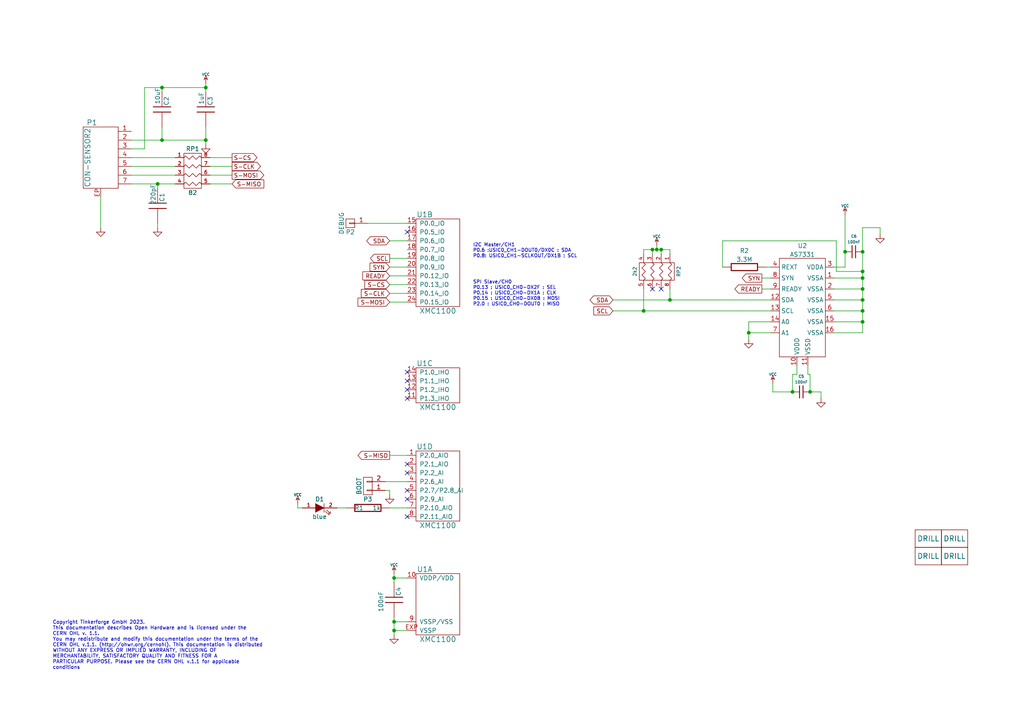
<source format=kicad_sch>
(kicad_sch (version 20211123) (generator eeschema)

  (uuid 441bea69-23fd-45b4-92e0-5f0dd966ed03)

  (paper "A4")

  (title_block
    (title "UV Light Bricklet")
    (date "2023-05-09")
    (rev "3.0")
    (company "Tinkerforge GmbH")
    (comment 1 "Licensed under CERN OHL v.1.1")
    (comment 2 "Copyright (©) 2023, T.Schneidermann <tim@tinkerforge.com>")
  )

  (lib_symbols
    (symbol "GND_1" (power) (pin_names (offset 0)) (in_bom yes) (on_board yes)
      (property "Reference" "#PWR" (id 0) (at 0 -6.35 0)
        (effects (font (size 1.27 1.27)) hide)
      )
      (property "Value" "GND_1" (id 1) (at 0 -5.08 0)
        (effects (font (size 1.27 1.27)))
      )
      (property "Footprint" "" (id 2) (at 0 0 0)
        (effects (font (size 1.27 1.27)))
      )
      (property "Datasheet" "" (id 3) (at 0 0 0)
        (effects (font (size 1.27 1.27)))
      )
      (symbol "GND_1_0_1"
        (polyline
          (pts
            (xy 0 0)
            (xy 0 -1.27)
            (xy 1.27 -1.27)
            (xy 0 -2.54)
            (xy -1.27 -1.27)
            (xy 0 -1.27)
          )
          (stroke (width 0) (type default) (color 0 0 0 0))
          (fill (type none))
        )
      )
      (symbol "GND_1_1_1"
        (pin power_in line (at 0 0 270) (length 0) hide
          (name "GND" (effects (font (size 1.27 1.27))))
          (number "1" (effects (font (size 1.27 1.27))))
        )
      )
    )
    (symbol "GND_4" (power) (pin_names (offset 0)) (in_bom yes) (on_board yes)
      (property "Reference" "#PWR" (id 0) (at 0 -6.35 0)
        (effects (font (size 1.27 1.27)) hide)
      )
      (property "Value" "GND_4" (id 1) (at 0 -5.08 0)
        (effects (font (size 1.27 1.27)))
      )
      (property "Footprint" "" (id 2) (at 0 0 0)
        (effects (font (size 1.27 1.27)))
      )
      (property "Datasheet" "" (id 3) (at 0 0 0)
        (effects (font (size 1.27 1.27)))
      )
      (symbol "GND_4_0_1"
        (polyline
          (pts
            (xy 0 0)
            (xy 0 -1.27)
            (xy 1.27 -1.27)
            (xy 0 -2.54)
            (xy -1.27 -1.27)
            (xy 0 -1.27)
          )
          (stroke (width 0) (type default) (color 0 0 0 0))
          (fill (type none))
        )
      )
      (symbol "GND_4_1_1"
        (pin power_in line (at 0 0 270) (length 0) hide
          (name "GND" (effects (font (size 1.27 1.27))))
          (number "1" (effects (font (size 1.27 1.27))))
        )
      )
    )
    (symbol "GND_5" (power) (pin_names (offset 0)) (in_bom yes) (on_board yes)
      (property "Reference" "#PWR" (id 0) (at 0 -6.35 0)
        (effects (font (size 1.27 1.27)) hide)
      )
      (property "Value" "GND_5" (id 1) (at 0 -5.08 0)
        (effects (font (size 1.27 1.27)))
      )
      (property "Footprint" "" (id 2) (at 0 0 0)
        (effects (font (size 1.27 1.27)))
      )
      (property "Datasheet" "" (id 3) (at 0 0 0)
        (effects (font (size 1.27 1.27)))
      )
      (symbol "GND_5_0_1"
        (polyline
          (pts
            (xy 0 0)
            (xy 0 -1.27)
            (xy 1.27 -1.27)
            (xy 0 -2.54)
            (xy -1.27 -1.27)
            (xy 0 -1.27)
          )
          (stroke (width 0) (type default) (color 0 0 0 0))
          (fill (type none))
        )
      )
      (symbol "GND_5_1_1"
        (pin power_in line (at 0 0 270) (length 0) hide
          (name "GND" (effects (font (size 1.27 1.27))))
          (number "1" (effects (font (size 1.27 1.27))))
        )
      )
    )
    (symbol "GND_6" (power) (pin_names (offset 0)) (in_bom yes) (on_board yes)
      (property "Reference" "#PWR" (id 0) (at 0 -6.35 0)
        (effects (font (size 1.27 1.27)) hide)
      )
      (property "Value" "GND_6" (id 1) (at 0 -5.08 0)
        (effects (font (size 1.27 1.27)))
      )
      (property "Footprint" "" (id 2) (at 0 0 0)
        (effects (font (size 1.27 1.27)))
      )
      (property "Datasheet" "" (id 3) (at 0 0 0)
        (effects (font (size 1.27 1.27)))
      )
      (symbol "GND_6_0_1"
        (polyline
          (pts
            (xy 0 0)
            (xy 0 -1.27)
            (xy 1.27 -1.27)
            (xy 0 -2.54)
            (xy -1.27 -1.27)
            (xy 0 -1.27)
          )
          (stroke (width 0) (type default) (color 0 0 0 0))
          (fill (type none))
        )
      )
      (symbol "GND_6_1_1"
        (pin power_in line (at 0 0 270) (length 0) hide
          (name "GND" (effects (font (size 1.27 1.27))))
          (number "1" (effects (font (size 1.27 1.27))))
        )
      )
    )
    (symbol "R_PACK4_1" (pin_names hide) (in_bom yes) (on_board yes)
      (property "Reference" "RP" (id 0) (at 0 11.43 0)
        (effects (font (size 1.27 1.27)))
      )
      (property "Value" "R_PACK4_1" (id 1) (at 0 -1.27 0)
        (effects (font (size 1.27 1.27)))
      )
      (property "Footprint" "" (id 2) (at 0 0 0)
        (effects (font (size 1.27 1.27)))
      )
      (property "Datasheet" "" (id 3) (at 0 0 0)
        (effects (font (size 1.27 1.27)))
      )
      (property "ki_keywords" "R DEV" (id 4) (at 0 0 0)
        (effects (font (size 1.27 1.27)) hide)
      )
      (property "ki_description" "4 resistors Pack" (id 5) (at 0 0 0)
        (effects (font (size 1.27 1.27)) hide)
      )
      (symbol "R_PACK4_1_0_1"
        (polyline
          (pts
            (xy -2.54 10.16)
            (xy -2.54 0)
            (xy 2.54 0)
            (xy 2.54 10.16)
            (xy -2.54 10.16)
          )
          (stroke (width 0) (type default) (color 0 0 0 0))
          (fill (type none))
        )
        (polyline
          (pts
            (xy -2.54 1.27)
            (xy -2.032 1.778)
            (xy -1.016 0.762)
            (xy 0 1.778)
            (xy 1.016 0.762)
            (xy 2.032 1.778)
            (xy 2.54 1.27)
          )
          (stroke (width 0) (type default) (color 0 0 0 0))
          (fill (type none))
        )
        (polyline
          (pts
            (xy -2.54 3.81)
            (xy -2.032 4.318)
            (xy -1.016 3.302)
            (xy 0 4.318)
            (xy 1.016 3.302)
            (xy 2.032 4.318)
            (xy 2.54 3.81)
          )
          (stroke (width 0) (type default) (color 0 0 0 0))
          (fill (type none))
        )
        (polyline
          (pts
            (xy -2.54 6.35)
            (xy -2.032 6.858)
            (xy -1.016 5.842)
            (xy 0 6.858)
            (xy 1.016 5.842)
            (xy 2.032 6.858)
            (xy 2.54 6.35)
          )
          (stroke (width 0) (type default) (color 0 0 0 0))
          (fill (type none))
        )
        (polyline
          (pts
            (xy -2.54 8.89)
            (xy -2.032 9.398)
            (xy -1.016 8.382)
            (xy 0 9.398)
            (xy 1.016 8.382)
            (xy 2.032 9.398)
            (xy 2.54 8.89)
          )
          (stroke (width 0) (type default) (color 0 0 0 0))
          (fill (type none))
        )
      )
      (symbol "R_PACK4_1_1_1"
        (pin passive line (at -5.08 8.89 0) (length 2.54)
          (name "P1" (effects (font (size 1.016 1.016))))
          (number "1" (effects (font (size 1.016 1.016))))
        )
        (pin passive line (at -5.08 6.35 0) (length 2.54)
          (name "P2" (effects (font (size 1.016 1.016))))
          (number "2" (effects (font (size 1.016 1.016))))
        )
        (pin passive line (at -5.08 3.81 0) (length 2.54)
          (name "P3" (effects (font (size 1.016 1.016))))
          (number "3" (effects (font (size 1.016 1.016))))
        )
        (pin passive line (at -5.08 1.27 0) (length 2.54)
          (name "P4" (effects (font (size 1.016 1.016))))
          (number "4" (effects (font (size 1.016 1.016))))
        )
        (pin passive line (at 5.08 1.27 180) (length 2.54)
          (name "R4" (effects (font (size 1.016 1.016))))
          (number "5" (effects (font (size 1.016 1.016))))
        )
        (pin passive line (at 5.08 3.81 180) (length 2.54)
          (name "R3" (effects (font (size 1.016 1.016))))
          (number "6" (effects (font (size 1.016 1.016))))
        )
        (pin passive line (at 5.08 6.35 180) (length 2.54)
          (name "R2" (effects (font (size 1.016 1.016))))
          (number "7" (effects (font (size 1.016 1.016))))
        )
        (pin passive line (at 5.08 8.89 180) (length 2.54)
          (name "R1" (effects (font (size 1.016 1.016))))
          (number "8" (effects (font (size 1.016 1.016))))
        )
      )
    )
    (symbol "VCC_2" (power) (pin_names (offset 0)) (in_bom yes) (on_board yes)
      (property "Reference" "#PWR" (id 0) (at 0 2.54 0)
        (effects (font (size 1.016 1.016)) hide)
      )
      (property "Value" "VCC_2" (id 1) (at 0 3.175 0)
        (effects (font (size 1.016 1.016)))
      )
      (property "Footprint" "" (id 2) (at 0 0 0)
        (effects (font (size 1.524 1.524)))
      )
      (property "Datasheet" "" (id 3) (at 0 0 0)
        (effects (font (size 1.524 1.524)))
      )
      (symbol "VCC_2_0_0"
        (pin power_in line (at 0 0 90) (length 0) hide
          (name "VCC" (effects (font (size 0.762 0.762))))
          (number "1" (effects (font (size 0.762 0.762))))
        )
      )
      (symbol "VCC_2_0_1"
        (polyline
          (pts
            (xy 0 1.524)
            (xy 0 0)
          )
          (stroke (width 0) (type default) (color 0 0 0 0))
          (fill (type none))
        )
        (polyline
          (pts
            (xy 0 1.524)
            (xy 0.508 1.016)
            (xy 0 2.286)
            (xy -0.508 1.016)
            (xy 0 1.524)
            (xy 0 1.524)
          )
          (stroke (width 0) (type default) (color 0 0 0 0))
          (fill (type none))
        )
      )
    )
    (symbol "VCC_3" (power) (pin_names (offset 0)) (in_bom yes) (on_board yes)
      (property "Reference" "#PWR" (id 0) (at 0 2.54 0)
        (effects (font (size 1.016 1.016)) hide)
      )
      (property "Value" "VCC_3" (id 1) (at 0 3.175 0)
        (effects (font (size 1.016 1.016)))
      )
      (property "Footprint" "" (id 2) (at 0 0 0)
        (effects (font (size 1.524 1.524)))
      )
      (property "Datasheet" "" (id 3) (at 0 0 0)
        (effects (font (size 1.524 1.524)))
      )
      (symbol "VCC_3_0_0"
        (pin power_in line (at 0 0 90) (length 0) hide
          (name "VCC" (effects (font (size 0.762 0.762))))
          (number "1" (effects (font (size 0.762 0.762))))
        )
      )
      (symbol "VCC_3_0_1"
        (polyline
          (pts
            (xy 0 1.524)
            (xy 0 0)
          )
          (stroke (width 0) (type default) (color 0 0 0 0))
          (fill (type none))
        )
        (polyline
          (pts
            (xy 0 1.524)
            (xy 0.508 1.016)
            (xy 0 2.286)
            (xy -0.508 1.016)
            (xy 0 1.524)
            (xy 0 1.524)
          )
          (stroke (width 0) (type default) (color 0 0 0 0))
          (fill (type none))
        )
      )
    )
    (symbol "VCC_4" (power) (pin_names (offset 0)) (in_bom yes) (on_board yes)
      (property "Reference" "#PWR" (id 0) (at 0 2.54 0)
        (effects (font (size 1.016 1.016)) hide)
      )
      (property "Value" "VCC_4" (id 1) (at 0 3.175 0)
        (effects (font (size 1.016 1.016)))
      )
      (property "Footprint" "" (id 2) (at 0 0 0)
        (effects (font (size 1.524 1.524)))
      )
      (property "Datasheet" "" (id 3) (at 0 0 0)
        (effects (font (size 1.524 1.524)))
      )
      (symbol "VCC_4_0_0"
        (pin power_in line (at 0 0 90) (length 0) hide
          (name "VCC" (effects (font (size 0.762 0.762))))
          (number "1" (effects (font (size 0.762 0.762))))
        )
      )
      (symbol "VCC_4_0_1"
        (polyline
          (pts
            (xy 0 1.524)
            (xy 0 0)
          )
          (stroke (width 0) (type default) (color 0 0 0 0))
          (fill (type none))
        )
        (polyline
          (pts
            (xy 0 1.524)
            (xy 0.508 1.016)
            (xy 0 2.286)
            (xy -0.508 1.016)
            (xy 0 1.524)
            (xy 0 1.524)
          )
          (stroke (width 0) (type default) (color 0 0 0 0))
          (fill (type none))
        )
      )
    )
    (symbol "tinkerforge:AS7331" (in_bom yes) (on_board yes)
      (property "Reference" "U" (id 0) (at 0 9.525 0)
        (effects (font (size 1.27 1.27)))
      )
      (property "Value" "AS7331" (id 1) (at 0 7.62 0)
        (effects (font (size 1.27 1.27)))
      )
      (property "Footprint" "" (id 2) (at -27.305 -6.35 0)
        (effects (font (size 1.27 1.27)) hide)
      )
      (property "Datasheet" "" (id 3) (at -27.305 -6.35 0)
        (effects (font (size 1.27 1.27)) hide)
      )
      (symbol "AS7331_0_1"
        (rectangle (start -6.35 6.35) (end 6.985 -22.225)
          (stroke (width 0.1524) (type default) (color 0 0 0 0))
          (fill (type none))
        )
      )
      (symbol "AS7331_1_1"
        (pin input line (at 9.525 0.635 180) (length 2.54)
          (name "VSSA" (effects (font (size 1.27 1.27))))
          (number "1" (effects (font (size 1.27 1.27))))
        )
        (pin input line (at -1.27 -24.765 90) (length 2.54)
          (name "VDDD" (effects (font (size 1.27 1.27))))
          (number "10" (effects (font (size 1.27 1.27))))
        )
        (pin input line (at 1.905 -24.765 90) (length 2.54)
          (name "VSSD" (effects (font (size 1.27 1.27))))
          (number "11" (effects (font (size 1.27 1.27))))
        )
        (pin input line (at -8.89 -5.715 0) (length 2.54)
          (name "SDA" (effects (font (size 1.27 1.27))))
          (number "12" (effects (font (size 1.27 1.27))))
        )
        (pin input line (at -8.89 -8.89 0) (length 2.54)
          (name "SCL" (effects (font (size 1.27 1.27))))
          (number "13" (effects (font (size 1.27 1.27))))
        )
        (pin input line (at -8.89 -12.065 0) (length 2.54)
          (name "A0" (effects (font (size 1.27 1.27))))
          (number "14" (effects (font (size 1.27 1.27))))
        )
        (pin input line (at 9.525 -12.065 180) (length 2.54)
          (name "VSSA" (effects (font (size 1.27 1.27))))
          (number "15" (effects (font (size 1.27 1.27))))
        )
        (pin input line (at 9.525 -15.24 180) (length 2.54)
          (name "VSSA" (effects (font (size 1.27 1.27))))
          (number "16" (effects (font (size 1.27 1.27))))
        )
        (pin input line (at 9.525 -2.54 180) (length 2.54)
          (name "VSSA" (effects (font (size 1.27 1.27))))
          (number "2" (effects (font (size 1.27 1.27))))
        )
        (pin input line (at 9.525 3.81 180) (length 2.54)
          (name "VDDA" (effects (font (size 1.27 1.27))))
          (number "3" (effects (font (size 1.27 1.27))))
        )
        (pin input line (at -8.89 3.81 0) (length 2.54)
          (name "REXT" (effects (font (size 1.27 1.27))))
          (number "4" (effects (font (size 1.27 1.27))))
        )
        (pin input line (at 9.525 -5.715 180) (length 2.54)
          (name "VSSA" (effects (font (size 1.27 1.27))))
          (number "5" (effects (font (size 1.27 1.27))))
        )
        (pin input line (at 9.525 -8.89 180) (length 2.54)
          (name "VSSA" (effects (font (size 1.27 1.27))))
          (number "6" (effects (font (size 1.27 1.27))))
        )
        (pin input line (at -8.89 -15.24 0) (length 2.54)
          (name "A1" (effects (font (size 1.27 1.27))))
          (number "7" (effects (font (size 1.27 1.27))))
        )
        (pin input line (at -8.89 0.635 0) (length 2.54)
          (name "SYN" (effects (font (size 1.27 1.27))))
          (number "8" (effects (font (size 1.27 1.27))))
        )
        (pin input line (at -8.89 -2.54 0) (length 2.54)
          (name "READY" (effects (font (size 1.27 1.27))))
          (number "9" (effects (font (size 1.27 1.27))))
        )
      )
    )
    (symbol "tinkerforge:C" (pin_numbers hide) (pin_names (offset 0.254)) (in_bom yes) (on_board yes)
      (property "Reference" "C" (id 0) (at 1.27 2.54 0)
        (effects (font (size 1.27 1.27)) (justify left))
      )
      (property "Value" "C" (id 1) (at 1.27 -2.54 0)
        (effects (font (size 1.27 1.27)) (justify left))
      )
      (property "Footprint" "" (id 2) (at 0 0 0)
        (effects (font (size 1.524 1.524)))
      )
      (property "Datasheet" "" (id 3) (at 0 0 0)
        (effects (font (size 1.524 1.524)))
      )
      (property "ki_fp_filters" "SM* C? C1-1" (id 4) (at 0 0 0)
        (effects (font (size 1.27 1.27)) hide)
      )
      (symbol "C_0_1"
        (polyline
          (pts
            (xy -2.54 -0.762)
            (xy 2.54 -0.762)
          )
          (stroke (width 0.254) (type default) (color 0 0 0 0))
          (fill (type none))
        )
        (polyline
          (pts
            (xy -2.54 0.762)
            (xy 2.54 0.762)
          )
          (stroke (width 0.254) (type default) (color 0 0 0 0))
          (fill (type none))
        )
      )
      (symbol "C_1_1"
        (pin passive line (at 0 5.08 270) (length 4.318)
          (name "~" (effects (font (size 1.016 1.016))))
          (number "1" (effects (font (size 1.016 1.016))))
        )
        (pin passive line (at 0 -5.08 90) (length 4.318)
          (name "~" (effects (font (size 1.016 1.016))))
          (number "2" (effects (font (size 1.016 1.016))))
        )
      )
    )
    (symbol "tinkerforge:CON-SENSOR2" (pin_names (offset 1.016)) (in_bom yes) (on_board yes)
      (property "Reference" "P" (id 0) (at -3.81 10.16 0)
        (effects (font (size 1.524 1.524)))
      )
      (property "Value" "CON-SENSOR2" (id 1) (at 3.81 0 90)
        (effects (font (size 1.524 1.524)))
      )
      (property "Footprint" "" (id 2) (at 2.54 -3.81 0)
        (effects (font (size 1.524 1.524)))
      )
      (property "Datasheet" "" (id 3) (at 2.54 -3.81 0)
        (effects (font (size 1.524 1.524)))
      )
      (property "ki_fp_filters" "CON-SENSOR2" (id 4) (at 0 0 0)
        (effects (font (size 1.27 1.27)) hide)
      )
      (symbol "CON-SENSOR2_0_1"
        (rectangle (start -5.08 8.89) (end 5.08 -8.89)
          (stroke (width 0) (type default) (color 0 0 0 0))
          (fill (type none))
        )
      )
      (symbol "CON-SENSOR2_1_1"
        (pin passive line (at -8.89 7.62 0) (length 3.81)
          (name "~" (effects (font (size 1.27 1.27))))
          (number "1" (effects (font (size 1.27 1.27))))
        )
        (pin passive line (at -8.89 5.08 0) (length 3.81)
          (name "~" (effects (font (size 1.27 1.27))))
          (number "2" (effects (font (size 1.27 1.27))))
        )
        (pin passive line (at -8.89 2.54 0) (length 3.81)
          (name "~" (effects (font (size 1.27 1.27))))
          (number "3" (effects (font (size 1.27 1.27))))
        )
        (pin passive line (at -8.89 0 0) (length 3.81)
          (name "~" (effects (font (size 1.27 1.27))))
          (number "4" (effects (font (size 1.27 1.27))))
        )
        (pin passive line (at -8.89 -2.54 0) (length 3.81)
          (name "~" (effects (font (size 1.27 1.27))))
          (number "5" (effects (font (size 1.27 1.27))))
        )
        (pin passive line (at -8.89 -5.08 0) (length 3.81)
          (name "~" (effects (font (size 1.27 1.27))))
          (number "6" (effects (font (size 1.27 1.27))))
        )
        (pin passive line (at -8.89 -7.62 0) (length 3.81)
          (name "~" (effects (font (size 1.27 1.27))))
          (number "7" (effects (font (size 1.27 1.27))))
        )
        (pin passive line (at 0 -11.43 90) (length 2.54)
          (name "~" (effects (font (size 1.27 1.27))))
          (number "EP" (effects (font (size 1.27 1.27))))
        )
      )
    )
    (symbol "tinkerforge:CONN_01X01" (pin_names (offset 1.016) hide) (in_bom yes) (on_board yes)
      (property "Reference" "P" (id 0) (at 0 2.54 0)
        (effects (font (size 1.27 1.27)))
      )
      (property "Value" "CONN_01X01" (id 1) (at 2.54 0 90)
        (effects (font (size 1.27 1.27)))
      )
      (property "Footprint" "" (id 2) (at 0 0 0)
        (effects (font (size 1.27 1.27)))
      )
      (property "Datasheet" "" (id 3) (at 0 0 0)
        (effects (font (size 1.27 1.27)))
      )
      (property "ki_description" "Connector 01x01" (id 4) (at 0 0 0)
        (effects (font (size 1.27 1.27)) hide)
      )
      (property "ki_fp_filters" "Pin_Header_Straight_1X01 Pin_Header_Angled_1X01 Socket_Strip_Straight_1X01 Socket_Strip_Angled_1X01" (id 5) (at 0 0 0)
        (effects (font (size 1.27 1.27)) hide)
      )
      (symbol "CONN_01X01_0_1"
        (rectangle (start -1.27 0.127) (end 0.254 -0.127)
          (stroke (width 0) (type default) (color 0 0 0 0))
          (fill (type none))
        )
        (rectangle (start -1.27 1.27) (end 1.27 -1.27)
          (stroke (width 0) (type default) (color 0 0 0 0))
          (fill (type none))
        )
      )
      (symbol "CONN_01X01_1_1"
        (pin passive line (at -5.08 0 0) (length 3.81)
          (name "P1" (effects (font (size 1.27 1.27))))
          (number "1" (effects (font (size 1.27 1.27))))
        )
      )
    )
    (symbol "tinkerforge:CONN_01X02" (pin_names (offset 1.016) hide) (in_bom yes) (on_board yes)
      (property "Reference" "P" (id 0) (at 0 3.81 0)
        (effects (font (size 1.27 1.27)))
      )
      (property "Value" "CONN_01X02" (id 1) (at 2.54 0 90)
        (effects (font (size 1.27 1.27)))
      )
      (property "Footprint" "" (id 2) (at 0 0 0)
        (effects (font (size 1.27 1.27)))
      )
      (property "Datasheet" "" (id 3) (at 0 0 0)
        (effects (font (size 1.27 1.27)))
      )
      (property "ki_description" "Connector 01x02" (id 4) (at 0 0 0)
        (effects (font (size 1.27 1.27)) hide)
      )
      (property "ki_fp_filters" "Pin_Header_Straight_1X02 Pin_Header_Angled_1X02 Socket_Strip_Straight_1X02 Socket_Strip_Angled_1X02" (id 5) (at 0 0 0)
        (effects (font (size 1.27 1.27)) hide)
      )
      (symbol "CONN_01X02_0_1"
        (rectangle (start -1.27 -1.143) (end 0.254 -1.397)
          (stroke (width 0) (type default) (color 0 0 0 0))
          (fill (type none))
        )
        (rectangle (start -1.27 1.397) (end 0.254 1.143)
          (stroke (width 0) (type default) (color 0 0 0 0))
          (fill (type none))
        )
        (rectangle (start -1.27 2.54) (end 1.27 -2.54)
          (stroke (width 0) (type default) (color 0 0 0 0))
          (fill (type none))
        )
      )
      (symbol "CONN_01X02_1_1"
        (pin passive line (at -5.08 1.27 0) (length 3.81)
          (name "P1" (effects (font (size 1.27 1.27))))
          (number "1" (effects (font (size 1.27 1.27))))
        )
        (pin passive line (at -5.08 -1.27 0) (length 3.81)
          (name "P2" (effects (font (size 1.27 1.27))))
          (number "2" (effects (font (size 1.27 1.27))))
        )
      )
    )
    (symbol "tinkerforge:Cs" (pin_numbers hide) (pin_names (offset 0.254)) (in_bom yes) (on_board yes)
      (property "Reference" "C" (id 0) (at 0.635 1.905 0)
        (effects (font (size 0.7874 0.7874)) (justify left))
      )
      (property "Value" "Cs" (id 1) (at 0.635 -1.905 0)
        (effects (font (size 0.7874 0.7874)) (justify left))
      )
      (property "Footprint" "" (id 2) (at 0 0 0)
        (effects (font (size 1.524 1.524)))
      )
      (property "Datasheet" "" (id 3) (at 0 0 0)
        (effects (font (size 1.524 1.524)))
      )
      (property "ki_fp_filters" "SM* C? C1-1" (id 4) (at 0 0 0)
        (effects (font (size 1.27 1.27)) hide)
      )
      (symbol "Cs_0_1"
        (polyline
          (pts
            (xy -1.778 -0.508)
            (xy 1.778 -0.508)
          )
          (stroke (width 0.254) (type default) (color 0 0 0 0))
          (fill (type none))
        )
        (polyline
          (pts
            (xy -1.778 0.508)
            (xy 1.778 0.508)
          )
          (stroke (width 0.254) (type default) (color 0 0 0 0))
          (fill (type none))
        )
      )
      (symbol "Cs_1_1"
        (pin passive line (at 0 2.54 270) (length 2.0066)
          (name "~" (effects (font (size 1.016 1.016))))
          (number "1" (effects (font (size 1.016 1.016))))
        )
        (pin passive line (at 0 -2.54 90) (length 2.0066)
          (name "~" (effects (font (size 1.016 1.016))))
          (number "2" (effects (font (size 1.016 1.016))))
        )
      )
    )
    (symbol "tinkerforge:DRILL" (pin_numbers hide) (pin_names (offset 0) hide) (in_bom yes) (on_board yes)
      (property "Reference" "" (id 0) (at 0 0 0)
        (effects (font (size 1.524 1.524)) hide)
      )
      (property "Value" "DRILL" (id 1) (at 0 0 0)
        (effects (font (size 1.524 1.524)))
      )
      (property "Footprint" "" (id 2) (at 0 0 0)
        (effects (font (size 1.524 1.524)))
      )
      (property "Datasheet" "" (id 3) (at 0 0 0)
        (effects (font (size 1.524 1.524)))
      )
      (symbol "DRILL_0_1"
        (rectangle (start -3.81 2.54) (end 3.81 -2.54)
          (stroke (width 0) (type default) (color 0 0 0 0))
          (fill (type none))
        )
      )
    )
    (symbol "tinkerforge:GND" (power) (pin_names (offset 0)) (in_bom yes) (on_board yes)
      (property "Reference" "#PWR" (id 0) (at 0 -6.35 0)
        (effects (font (size 1.27 1.27)) hide)
      )
      (property "Value" "GND" (id 1) (at 0 -5.08 0)
        (effects (font (size 1.27 1.27)))
      )
      (property "Footprint" "" (id 2) (at 0 0 0)
        (effects (font (size 1.27 1.27)))
      )
      (property "Datasheet" "" (id 3) (at 0 0 0)
        (effects (font (size 1.27 1.27)))
      )
      (symbol "GND_0_1"
        (polyline
          (pts
            (xy 0 0)
            (xy 0 -1.27)
            (xy 1.27 -1.27)
            (xy 0 -2.54)
            (xy -1.27 -1.27)
            (xy 0 -1.27)
          )
          (stroke (width 0) (type default) (color 0 0 0 0))
          (fill (type none))
        )
      )
      (symbol "GND_1_1"
        (pin power_in line (at 0 0 270) (length 0) hide
          (name "GND" (effects (font (size 1.27 1.27))))
          (number "1" (effects (font (size 1.27 1.27))))
        )
      )
    )
    (symbol "tinkerforge:LED" (pin_names (offset 1.016) hide) (in_bom yes) (on_board yes)
      (property "Reference" "D" (id 0) (at 0 2.54 0)
        (effects (font (size 1.27 1.27)))
      )
      (property "Value" "LED" (id 1) (at 0 -2.54 0)
        (effects (font (size 1.27 1.27)))
      )
      (property "Footprint" "" (id 2) (at 0 0 0)
        (effects (font (size 1.27 1.27)))
      )
      (property "Datasheet" "" (id 3) (at 0 0 0)
        (effects (font (size 1.27 1.27)))
      )
      (property "ki_keywords" "LED" (id 4) (at 0 0 0)
        (effects (font (size 1.27 1.27)) hide)
      )
      (property "ki_fp_filters" "LED-3MM LED-5MM LED-10MM LED-0603 LED-0805 LED-1206 LEDV" (id 5) (at 0 0 0)
        (effects (font (size 1.27 1.27)) hide)
      )
      (symbol "LED_0_1"
        (polyline
          (pts
            (xy 1.27 1.27)
            (xy 1.27 -1.27)
          )
          (stroke (width 0) (type default) (color 0 0 0 0))
          (fill (type none))
        )
        (polyline
          (pts
            (xy -1.27 1.27)
            (xy 1.27 0)
            (xy -1.27 -1.27)
          )
          (stroke (width 0) (type default) (color 0 0 0 0))
          (fill (type outline))
        )
        (polyline
          (pts
            (xy 1.651 -1.016)
            (xy 2.794 -2.032)
            (xy 2.667 -1.397)
          )
          (stroke (width 0) (type default) (color 0 0 0 0))
          (fill (type none))
        )
        (polyline
          (pts
            (xy 2.032 -0.635)
            (xy 3.175 -1.651)
            (xy 3.048 -1.016)
          )
          (stroke (width 0) (type default) (color 0 0 0 0))
          (fill (type none))
        )
      )
      (symbol "LED_1_1"
        (pin passive line (at -5.08 0 0) (length 3.81)
          (name "A" (effects (font (size 1.016 1.016))))
          (number "1" (effects (font (size 1.016 1.016))))
        )
        (pin passive line (at 5.08 0 180) (length 3.81)
          (name "K" (effects (font (size 1.016 1.016))))
          (number "2" (effects (font (size 1.016 1.016))))
        )
      )
    )
    (symbol "tinkerforge:R" (pin_numbers hide) (pin_names (offset 0)) (in_bom yes) (on_board yes)
      (property "Reference" "R" (id 0) (at 2.032 0 90)
        (effects (font (size 1.27 1.27)))
      )
      (property "Value" "R" (id 1) (at 0 0 90)
        (effects (font (size 1.27 1.27)))
      )
      (property "Footprint" "" (id 2) (at 0 0 0)
        (effects (font (size 1.524 1.524)))
      )
      (property "Datasheet" "" (id 3) (at 0 0 0)
        (effects (font (size 1.524 1.524)))
      )
      (property "ki_fp_filters" "R? SM0603 SM0805 R?-*" (id 4) (at 0 0 0)
        (effects (font (size 1.27 1.27)) hide)
      )
      (symbol "R_0_1"
        (rectangle (start -1.016 3.81) (end 1.016 -3.81)
          (stroke (width 0.3048) (type default) (color 0 0 0 0))
          (fill (type none))
        )
      )
      (symbol "R_1_1"
        (pin passive line (at 0 6.35 270) (length 2.54)
          (name "~" (effects (font (size 1.524 1.524))))
          (number "1" (effects (font (size 1.524 1.524))))
        )
        (pin passive line (at 0 -6.35 90) (length 2.54)
          (name "~" (effects (font (size 1.524 1.524))))
          (number "2" (effects (font (size 1.524 1.524))))
        )
      )
    )
    (symbol "tinkerforge:R_PACK4" (pin_names hide) (in_bom yes) (on_board yes)
      (property "Reference" "RP" (id 0) (at 0 11.43 0)
        (effects (font (size 1.27 1.27)))
      )
      (property "Value" "R_PACK4" (id 1) (at 0 -1.27 0)
        (effects (font (size 1.27 1.27)))
      )
      (property "Footprint" "" (id 2) (at 0 0 0)
        (effects (font (size 1.27 1.27)))
      )
      (property "Datasheet" "" (id 3) (at 0 0 0)
        (effects (font (size 1.27 1.27)))
      )
      (property "ki_keywords" "R DEV" (id 4) (at 0 0 0)
        (effects (font (size 1.27 1.27)) hide)
      )
      (property "ki_description" "4 resistors Pack" (id 5) (at 0 0 0)
        (effects (font (size 1.27 1.27)) hide)
      )
      (symbol "R_PACK4_0_1"
        (polyline
          (pts
            (xy -2.54 10.16)
            (xy -2.54 0)
            (xy 2.54 0)
            (xy 2.54 10.16)
            (xy -2.54 10.16)
          )
          (stroke (width 0) (type default) (color 0 0 0 0))
          (fill (type none))
        )
        (polyline
          (pts
            (xy -2.54 1.27)
            (xy -2.032 1.778)
            (xy -1.016 0.762)
            (xy 0 1.778)
            (xy 1.016 0.762)
            (xy 2.032 1.778)
            (xy 2.54 1.27)
          )
          (stroke (width 0) (type default) (color 0 0 0 0))
          (fill (type none))
        )
        (polyline
          (pts
            (xy -2.54 3.81)
            (xy -2.032 4.318)
            (xy -1.016 3.302)
            (xy 0 4.318)
            (xy 1.016 3.302)
            (xy 2.032 4.318)
            (xy 2.54 3.81)
          )
          (stroke (width 0) (type default) (color 0 0 0 0))
          (fill (type none))
        )
        (polyline
          (pts
            (xy -2.54 6.35)
            (xy -2.032 6.858)
            (xy -1.016 5.842)
            (xy 0 6.858)
            (xy 1.016 5.842)
            (xy 2.032 6.858)
            (xy 2.54 6.35)
          )
          (stroke (width 0) (type default) (color 0 0 0 0))
          (fill (type none))
        )
        (polyline
          (pts
            (xy -2.54 8.89)
            (xy -2.032 9.398)
            (xy -1.016 8.382)
            (xy 0 9.398)
            (xy 1.016 8.382)
            (xy 2.032 9.398)
            (xy 2.54 8.89)
          )
          (stroke (width 0) (type default) (color 0 0 0 0))
          (fill (type none))
        )
      )
      (symbol "R_PACK4_1_1"
        (pin passive line (at -5.08 8.89 0) (length 2.54)
          (name "P1" (effects (font (size 1.016 1.016))))
          (number "1" (effects (font (size 1.016 1.016))))
        )
        (pin passive line (at -5.08 6.35 0) (length 2.54)
          (name "P2" (effects (font (size 1.016 1.016))))
          (number "2" (effects (font (size 1.016 1.016))))
        )
        (pin passive line (at -5.08 3.81 0) (length 2.54)
          (name "P3" (effects (font (size 1.016 1.016))))
          (number "3" (effects (font (size 1.016 1.016))))
        )
        (pin passive line (at -5.08 1.27 0) (length 2.54)
          (name "P4" (effects (font (size 1.016 1.016))))
          (number "4" (effects (font (size 1.016 1.016))))
        )
        (pin passive line (at 5.08 1.27 180) (length 2.54)
          (name "R4" (effects (font (size 1.016 1.016))))
          (number "5" (effects (font (size 1.016 1.016))))
        )
        (pin passive line (at 5.08 3.81 180) (length 2.54)
          (name "R3" (effects (font (size 1.016 1.016))))
          (number "6" (effects (font (size 1.016 1.016))))
        )
        (pin passive line (at 5.08 6.35 180) (length 2.54)
          (name "R2" (effects (font (size 1.016 1.016))))
          (number "7" (effects (font (size 1.016 1.016))))
        )
        (pin passive line (at 5.08 8.89 180) (length 2.54)
          (name "R1" (effects (font (size 1.016 1.016))))
          (number "8" (effects (font (size 1.016 1.016))))
        )
      )
    )
    (symbol "tinkerforge:VCC" (power) (pin_names (offset 0)) (in_bom yes) (on_board yes)
      (property "Reference" "#PWR" (id 0) (at 0 2.54 0)
        (effects (font (size 1.016 1.016)) hide)
      )
      (property "Value" "VCC" (id 1) (at 0 3.175 0)
        (effects (font (size 1.016 1.016)))
      )
      (property "Footprint" "" (id 2) (at 0 0 0)
        (effects (font (size 1.524 1.524)))
      )
      (property "Datasheet" "" (id 3) (at 0 0 0)
        (effects (font (size 1.524 1.524)))
      )
      (symbol "VCC_0_0"
        (pin power_in line (at 0 0 90) (length 0) hide
          (name "VCC" (effects (font (size 0.762 0.762))))
          (number "1" (effects (font (size 0.762 0.762))))
        )
      )
      (symbol "VCC_0_1"
        (polyline
          (pts
            (xy 0 1.524)
            (xy 0 0)
          )
          (stroke (width 0) (type default) (color 0 0 0 0))
          (fill (type none))
        )
        (polyline
          (pts
            (xy 0 1.524)
            (xy 0.508 1.016)
            (xy 0 2.286)
            (xy -0.508 1.016)
            (xy 0 1.524)
            (xy 0 1.524)
          )
          (stroke (width 0) (type default) (color 0 0 0 0))
          (fill (type none))
        )
      )
    )
    (symbol "tinkerforge:XMC1XXX24" (pin_names (offset 1.016)) (in_bom yes) (on_board yes)
      (property "Reference" "U" (id 0) (at -3.81 15.24 0)
        (effects (font (size 1.524 1.524)))
      )
      (property "Value" "XMC1XXX24" (id 1) (at 0 -16.51 0)
        (effects (font (size 1.524 1.524)))
      )
      (property "Footprint" "" (id 2) (at 3.81 19.05 0)
        (effects (font (size 1.524 1.524)))
      )
      (property "Datasheet" "" (id 3) (at 3.81 19.05 0)
        (effects (font (size 1.524 1.524)))
      )
      (symbol "XMC1XXX24_1_1"
        (rectangle (start -6.35 8.89) (end 6.35 -8.89)
          (stroke (width 0) (type default) (color 0 0 0 0))
          (fill (type none))
        )
        (pin passive line (at -8.89 7.62 0) (length 2.54)
          (name "VDDP/VDD" (effects (font (size 1.27 1.27))))
          (number "10" (effects (font (size 1.27 1.27))))
        )
        (pin passive line (at -8.89 -5.08 0) (length 2.54)
          (name "VSSP/VSS" (effects (font (size 1.27 1.27))))
          (number "9" (effects (font (size 1.27 1.27))))
        )
        (pin passive line (at -8.89 -7.62 0) (length 2.54)
          (name "VSSP" (effects (font (size 1.27 1.27))))
          (number "EXP" (effects (font (size 1.27 1.27))))
        )
      )
      (symbol "XMC1XXX24_2_1"
        (rectangle (start -6.35 12.7) (end 6.35 -12.7)
          (stroke (width 0) (type default) (color 0 0 0 0))
          (fill (type none))
        )
        (pin passive line (at -8.89 11.43 0) (length 2.54)
          (name "P0.0_IO" (effects (font (size 1.27 1.27))))
          (number "15" (effects (font (size 1.27 1.27))))
        )
        (pin passive line (at -8.89 8.89 0) (length 2.54)
          (name "P0.5_IO" (effects (font (size 1.27 1.27))))
          (number "16" (effects (font (size 1.27 1.27))))
        )
        (pin passive line (at -8.89 6.35 0) (length 2.54)
          (name "P0.6_IO" (effects (font (size 1.27 1.27))))
          (number "17" (effects (font (size 1.27 1.27))))
        )
        (pin passive line (at -8.89 3.81 0) (length 2.54)
          (name "P0.7_IO" (effects (font (size 1.27 1.27))))
          (number "18" (effects (font (size 1.27 1.27))))
        )
        (pin passive line (at -8.89 1.27 0) (length 2.54)
          (name "P0.8_IO" (effects (font (size 1.27 1.27))))
          (number "19" (effects (font (size 1.27 1.27))))
        )
        (pin passive line (at -8.89 -1.27 0) (length 2.54)
          (name "P0.9_IO" (effects (font (size 1.27 1.27))))
          (number "20" (effects (font (size 1.27 1.27))))
        )
        (pin passive line (at -8.89 -3.81 0) (length 2.54)
          (name "P0.12_IO" (effects (font (size 1.27 1.27))))
          (number "21" (effects (font (size 1.27 1.27))))
        )
        (pin passive line (at -8.89 -6.35 0) (length 2.54)
          (name "P0.13_IO" (effects (font (size 1.27 1.27))))
          (number "22" (effects (font (size 1.27 1.27))))
        )
        (pin passive line (at -8.89 -8.89 0) (length 2.54)
          (name "P0.14_IO" (effects (font (size 1.27 1.27))))
          (number "23" (effects (font (size 1.27 1.27))))
        )
        (pin passive line (at -8.89 -11.43 0) (length 2.54)
          (name "P0.15_IO" (effects (font (size 1.27 1.27))))
          (number "24" (effects (font (size 1.27 1.27))))
        )
      )
      (symbol "XMC1XXX24_3_1"
        (rectangle (start -6.35 5.08) (end 6.35 -5.08)
          (stroke (width 0) (type default) (color 0 0 0 0))
          (fill (type none))
        )
        (pin passive line (at -8.89 -3.81 0) (length 2.54)
          (name "P1.3_IHO" (effects (font (size 1.27 1.27))))
          (number "11" (effects (font (size 1.27 1.27))))
        )
        (pin passive line (at -8.89 -1.27 0) (length 2.54)
          (name "P1.2_IHO" (effects (font (size 1.27 1.27))))
          (number "12" (effects (font (size 1.27 1.27))))
        )
        (pin passive line (at -8.89 1.27 0) (length 2.54)
          (name "P1.1_IHO" (effects (font (size 1.27 1.27))))
          (number "13" (effects (font (size 1.27 1.27))))
        )
        (pin passive line (at -8.89 3.81 0) (length 2.54)
          (name "P1.0_IHO" (effects (font (size 1.27 1.27))))
          (number "14" (effects (font (size 1.27 1.27))))
        )
      )
      (symbol "XMC1XXX24_4_1"
        (rectangle (start -6.35 10.16) (end 6.35 -10.16)
          (stroke (width 0) (type default) (color 0 0 0 0))
          (fill (type none))
        )
        (pin passive line (at -8.89 8.89 0) (length 2.54)
          (name "P2.0_AIO" (effects (font (size 1.27 1.27))))
          (number "1" (effects (font (size 1.27 1.27))))
        )
        (pin passive line (at -8.89 6.35 0) (length 2.54)
          (name "P2.1_AIO" (effects (font (size 1.27 1.27))))
          (number "2" (effects (font (size 1.27 1.27))))
        )
        (pin passive line (at -8.89 3.81 0) (length 2.54)
          (name "P2.2_AI" (effects (font (size 1.27 1.27))))
          (number "3" (effects (font (size 1.27 1.27))))
        )
        (pin passive line (at -8.89 1.27 0) (length 2.54)
          (name "P2.6_AI" (effects (font (size 1.27 1.27))))
          (number "4" (effects (font (size 1.27 1.27))))
        )
        (pin passive line (at -8.89 -1.27 0) (length 2.54)
          (name "P2.7/P2.8_AI" (effects (font (size 1.27 1.27))))
          (number "5" (effects (font (size 1.27 1.27))))
        )
        (pin passive line (at -8.89 -3.81 0) (length 2.54)
          (name "P2.9_AI" (effects (font (size 1.27 1.27))))
          (number "6" (effects (font (size 1.27 1.27))))
        )
        (pin passive line (at -8.89 -6.35 0) (length 2.54)
          (name "P2.10_AIO" (effects (font (size 1.27 1.27))))
          (number "7" (effects (font (size 1.27 1.27))))
        )
        (pin passive line (at -8.89 -8.89 0) (length 2.54)
          (name "P2.11_AIO" (effects (font (size 1.27 1.27))))
          (number "8" (effects (font (size 1.27 1.27))))
        )
      )
    )
  )

  (junction (at 234.95 113.665) (diameter 0) (color 0 0 0 0)
    (uuid 0325c5e0-6e2b-4dce-b9ba-a09ddd37baaf)
  )
  (junction (at 250.19 83.82) (diameter 0) (color 0 0 0 0)
    (uuid 0deac72d-57b6-4805-99e2-83fdb8c28634)
  )
  (junction (at 250.19 86.995) (diameter 0) (color 0 0 0 0)
    (uuid 1733ef77-bad0-434f-9015-173d395bc50a)
  )
  (junction (at 191.77 72.39) (diameter 0) (color 0 0 0 0)
    (uuid 19bf65d2-9346-412a-b66f-5afc04faf32d)
  )
  (junction (at 194.31 86.995) (diameter 0) (color 0 0 0 0)
    (uuid 1a3d7839-94c0-4d89-935e-06f07e2f3db5)
  )
  (junction (at 45.72 53.34) (diameter 0) (color 0 0 0 0)
    (uuid 1bcbfef0-e19b-4595-a99d-befeaf7b0dc6)
  )
  (junction (at 250.19 78.74) (diameter 0) (color 0 0 0 0)
    (uuid 338bd0c9-9769-4c40-a044-85e0065c6e1a)
  )
  (junction (at 250.19 73.025) (diameter 0) (color 0 0 0 0)
    (uuid 52ab6429-5626-4db2-b92b-efb26dac4ed1)
  )
  (junction (at 217.17 96.52) (diameter 0) (color 0 0 0 0)
    (uuid 5672f41a-8d50-4358-985c-27ed05771808)
  )
  (junction (at 114.3 180.34) (diameter 0) (color 0 0 0 0)
    (uuid 5e9cc63a-d87a-4675-91ef-0c79056be967)
  )
  (junction (at 46.99 25.4) (diameter 0) (color 0 0 0 0)
    (uuid 638b7bc3-eb6b-4885-9a87-960cb768fa8a)
  )
  (junction (at 46.99 40.64) (diameter 0) (color 0 0 0 0)
    (uuid 65ce3834-8842-469b-903f-2e58c502f87c)
  )
  (junction (at 245.11 73.025) (diameter 0) (color 0 0 0 0)
    (uuid 66849303-4ecf-4f08-b43b-ade110e1cf70)
  )
  (junction (at 59.69 40.64) (diameter 0) (color 0 0 0 0)
    (uuid 681d5f8e-80b2-461c-856b-d8d2d486c348)
  )
  (junction (at 250.19 80.645) (diameter 0) (color 0 0 0 0)
    (uuid 821778eb-2bbe-4ce4-9f32-781fefacfe80)
  )
  (junction (at 229.87 113.665) (diameter 0) (color 0 0 0 0)
    (uuid 82523291-4ac6-446b-a6e2-bbf38e0c49d1)
  )
  (junction (at 114.3 182.88) (diameter 0) (color 0 0 0 0)
    (uuid 900cb8b2-e5d6-4d93-8c56-79dc51c73b1f)
  )
  (junction (at 190.5 72.39) (diameter 0) (color 0 0 0 0)
    (uuid 962696e6-63b3-4643-908b-2f84d43b25fc)
  )
  (junction (at 250.19 90.17) (diameter 0) (color 0 0 0 0)
    (uuid 996629b4-c4b0-4155-bc0d-f0de0d8032d2)
  )
  (junction (at 186.69 90.17) (diameter 0) (color 0 0 0 0)
    (uuid a3a4ddd8-7e0d-42a4-8d6c-8f85cb30e503)
  )
  (junction (at 114.3 167.64) (diameter 0) (color 0 0 0 0)
    (uuid aec9f70b-8d7d-44ea-a719-ddd6a98e761f)
  )
  (junction (at 189.23 72.39) (diameter 0) (color 0 0 0 0)
    (uuid ce104144-cea9-44a1-8681-1012fc39e740)
  )
  (junction (at 59.69 25.4) (diameter 0) (color 0 0 0 0)
    (uuid d32ee25b-bfc1-49f2-afda-91b6f56a11ec)
  )
  (junction (at 250.19 93.345) (diameter 0) (color 0 0 0 0)
    (uuid e50479fc-3009-4246-b298-6e77ce15bafa)
  )

  (no_connect (at 118.11 137.16) (uuid 12ab219b-3b8d-47ad-8fe8-7ffa8e023cfc))
  (no_connect (at 189.23 83.82) (uuid 22b22c92-edeb-40c9-88c2-92a27dbcc660))
  (no_connect (at 191.77 83.82) (uuid 468fa0d8-6853-4c19-906e-df0dd95e2b8f))
  (no_connect (at 118.11 134.62) (uuid 674de742-9704-4c4a-978c-595137fe167c))
  (no_connect (at 118.11 149.86) (uuid 6d73f687-c506-41e3-b457-883036ba4705))
  (no_connect (at 118.11 107.95) (uuid 73486e8a-28d3-47c8-a8be-8ebd23c21bdc))
  (no_connect (at 118.11 142.24) (uuid 7b871c51-5dd3-4c49-a465-4c6d0fdeb239))
  (no_connect (at 118.11 113.03) (uuid 7f9a55be-348f-450d-af18-10c5126f9403))
  (no_connect (at 118.11 115.57) (uuid 8d22cf0f-b533-4575-a277-b82ae6101d53))
  (no_connect (at 118.11 144.78) (uuid 933b0724-7543-4ed6-b22f-aba829e9aba8))
  (no_connect (at 118.11 110.49) (uuid ce3d80f1-623d-4246-bdd6-ec421ebb53cf))
  (no_connect (at 118.11 67.31) (uuid f46c2f7b-cdd1-4b6c-8240-4131b8fef543))

  (wire (pts (xy 250.19 80.645) (xy 241.935 80.645))
    (stroke (width 0) (type default) (color 0 0 0 0))
    (uuid 0225ecf6-7567-4364-8e20-d531a56485c4)
  )
  (wire (pts (xy 250.19 80.645) (xy 250.19 83.82))
    (stroke (width 0) (type default) (color 0 0 0 0))
    (uuid 03e0f734-1ba7-4817-a514-d3602a0da466)
  )
  (wire (pts (xy 234.95 108.585) (xy 234.315 108.585))
    (stroke (width 0) (type default) (color 0 0 0 0))
    (uuid 03ea690f-1df6-4a14-a7b8-4d7da154f4ab)
  )
  (wire (pts (xy 38.1 43.18) (xy 41.91 43.18))
    (stroke (width 0) (type default) (color 0 0 0 0))
    (uuid 0d8d7652-a879-40bd-bba1-3b501f524b95)
  )
  (wire (pts (xy 114.3 182.88) (xy 114.3 184.15))
    (stroke (width 0) (type default) (color 0 0 0 0))
    (uuid 0e70dc47-9e12-4de0-a582-66db3aff8ed7)
  )
  (wire (pts (xy 118.11 167.64) (xy 114.3 167.64))
    (stroke (width 0) (type default) (color 0 0 0 0))
    (uuid 0ff8a00c-1135-4a3c-bc14-403d26d4bedd)
  )
  (wire (pts (xy 118.11 182.88) (xy 114.3 182.88))
    (stroke (width 0) (type default) (color 0 0 0 0))
    (uuid 10927845-2029-4e18-ad9b-67f80e86b5c6)
  )
  (wire (pts (xy 250.19 86.995) (xy 241.935 86.995))
    (stroke (width 0) (type default) (color 0 0 0 0))
    (uuid 18223bf2-4f9a-4065-9adf-5e21e05462c2)
  )
  (wire (pts (xy 118.11 69.85) (xy 113.03 69.85))
    (stroke (width 0) (type default) (color 0 0 0 0))
    (uuid 1c0aef8e-bab5-4ae5-bb3d-a9d76fd865de)
  )
  (wire (pts (xy 113.03 142.24) (xy 113.03 143.51))
    (stroke (width 0) (type default) (color 0 0 0 0))
    (uuid 1d1fe791-0b6c-472a-9bc2-f56625df6eab)
  )
  (wire (pts (xy 224.155 111.125) (xy 224.155 113.665))
    (stroke (width 0) (type default) (color 0 0 0 0))
    (uuid 1e6a5729-228a-4d4e-957a-9340ece6b067)
  )
  (wire (pts (xy 245.11 62.23) (xy 245.11 73.025))
    (stroke (width 0) (type default) (color 0 0 0 0))
    (uuid 1ff94a50-6271-477a-ab42-f4b48b87e7ae)
  )
  (wire (pts (xy 87.63 147.32) (xy 86.36 147.32))
    (stroke (width 0) (type default) (color 0 0 0 0))
    (uuid 23799a02-aec8-4efa-bf45-d0b05c3ecbf5)
  )
  (wire (pts (xy 190.5 72.39) (xy 191.77 72.39))
    (stroke (width 0) (type default) (color 0 0 0 0))
    (uuid 23d38d7a-7bcd-4df0-80bf-432f0fb01e33)
  )
  (wire (pts (xy 242.57 69.85) (xy 242.57 78.74))
    (stroke (width 0) (type default) (color 0 0 0 0))
    (uuid 2838274b-c81a-4eb5-bfac-9bb1ae31146f)
  )
  (wire (pts (xy 50.8 48.26) (xy 38.1 48.26))
    (stroke (width 0) (type default) (color 0 0 0 0))
    (uuid 291a4722-e844-461b-95fc-a9303e0f79a8)
  )
  (wire (pts (xy 186.69 72.39) (xy 186.69 73.66))
    (stroke (width 0) (type default) (color 0 0 0 0))
    (uuid 297fc941-1dbb-4ae6-9559-4e0e76afbf3b)
  )
  (wire (pts (xy 189.23 72.39) (xy 190.5 72.39))
    (stroke (width 0) (type default) (color 0 0 0 0))
    (uuid 2b8b3977-cab2-48cb-a285-cb73e5ef9df2)
  )
  (wire (pts (xy 114.3 180.34) (xy 114.3 182.88))
    (stroke (width 0) (type default) (color 0 0 0 0))
    (uuid 2db7a38c-1a30-461d-a497-7861a0d16512)
  )
  (wire (pts (xy 67.31 45.72) (xy 60.96 45.72))
    (stroke (width 0) (type default) (color 0 0 0 0))
    (uuid 30199e4e-0223-4896-9cce-a58f88ba83ff)
  )
  (wire (pts (xy 245.11 73.025) (xy 245.11 77.47))
    (stroke (width 0) (type default) (color 0 0 0 0))
    (uuid 312915e7-836d-45a4-822f-59aec3f24a9b)
  )
  (wire (pts (xy 217.17 96.52) (xy 223.52 96.52))
    (stroke (width 0) (type default) (color 0 0 0 0))
    (uuid 34268d97-fdb0-4626-96b4-0d99cae4decc)
  )
  (wire (pts (xy 113.03 85.09) (xy 118.11 85.09))
    (stroke (width 0) (type default) (color 0 0 0 0))
    (uuid 3540713b-2463-47ac-8744-5850e909466b)
  )
  (wire (pts (xy 241.935 96.52) (xy 250.19 96.52))
    (stroke (width 0) (type default) (color 0 0 0 0))
    (uuid 35e12735-6228-4e4d-9af6-e2d769e8c098)
  )
  (wire (pts (xy 113.03 80.01) (xy 118.11 80.01))
    (stroke (width 0) (type default) (color 0 0 0 0))
    (uuid 36d0f6ae-5ed6-4abb-9d6e-8fbd6cfa759a)
  )
  (wire (pts (xy 224.155 113.665) (xy 229.87 113.665))
    (stroke (width 0) (type default) (color 0 0 0 0))
    (uuid 38568faf-a11d-4dae-b212-eb86507172ad)
  )
  (wire (pts (xy 41.91 43.18) (xy 41.91 25.4))
    (stroke (width 0) (type default) (color 0 0 0 0))
    (uuid 39d24980-22d9-43c2-9753-90605d77d469)
  )
  (wire (pts (xy 191.77 72.39) (xy 194.31 72.39))
    (stroke (width 0) (type default) (color 0 0 0 0))
    (uuid 3a24bd2d-465a-4dd7-bdbb-ac51eb489c24)
  )
  (wire (pts (xy 250.19 83.82) (xy 250.19 86.995))
    (stroke (width 0) (type default) (color 0 0 0 0))
    (uuid 3ea078fd-e398-4897-8b05-352ab544c920)
  )
  (wire (pts (xy 113.03 74.93) (xy 118.11 74.93))
    (stroke (width 0) (type default) (color 0 0 0 0))
    (uuid 3f3269bd-4755-4515-b460-4481582b9aad)
  )
  (wire (pts (xy 250.19 90.17) (xy 241.935 90.17))
    (stroke (width 0) (type default) (color 0 0 0 0))
    (uuid 3fb7fe36-1125-480f-ae8e-4ac98263c029)
  )
  (wire (pts (xy 118.11 64.77) (xy 106.68 64.77))
    (stroke (width 0) (type default) (color 0 0 0 0))
    (uuid 407ead0c-1a74-4012-8818-e9832a61f122)
  )
  (wire (pts (xy 177.8 86.995) (xy 194.31 86.995))
    (stroke (width 0) (type default) (color 0 0 0 0))
    (uuid 427c35f2-2528-43b6-8038-2b874647548b)
  )
  (wire (pts (xy 250.19 93.345) (xy 241.935 93.345))
    (stroke (width 0) (type default) (color 0 0 0 0))
    (uuid 4cc2dcf4-cc01-4852-8c74-beddfdf07e98)
  )
  (wire (pts (xy 118.11 147.32) (xy 113.03 147.32))
    (stroke (width 0) (type default) (color 0 0 0 0))
    (uuid 5208dbd4-f2b9-472d-8fac-c49533a582c4)
  )
  (wire (pts (xy 45.72 66.04) (xy 45.72 64.77))
    (stroke (width 0) (type default) (color 0 0 0 0))
    (uuid 56b4764f-436d-4f91-971d-15691511b6f6)
  )
  (wire (pts (xy 234.315 108.585) (xy 234.315 106.045))
    (stroke (width 0) (type default) (color 0 0 0 0))
    (uuid 57d8447f-f406-4200-94d0-3f0cfee80b3e)
  )
  (wire (pts (xy 59.69 40.64) (xy 59.69 41.91))
    (stroke (width 0) (type default) (color 0 0 0 0))
    (uuid 590389d0-93e2-4bdb-817a-686f7cdd6d44)
  )
  (wire (pts (xy 41.91 25.4) (xy 46.99 25.4))
    (stroke (width 0) (type default) (color 0 0 0 0))
    (uuid 5da208cc-e1ac-4d2e-b99a-5012bed3a49e)
  )
  (wire (pts (xy 231.14 108.585) (xy 229.87 108.585))
    (stroke (width 0) (type default) (color 0 0 0 0))
    (uuid 60be73f8-6344-4fbe-b687-1cbbe1ce8700)
  )
  (wire (pts (xy 231.14 106.045) (xy 231.14 108.585))
    (stroke (width 0) (type default) (color 0 0 0 0))
    (uuid 60fad106-494a-470c-81c7-212c2c554339)
  )
  (wire (pts (xy 217.17 96.52) (xy 217.17 98.425))
    (stroke (width 0) (type default) (color 0 0 0 0))
    (uuid 61d5dea3-a74b-476a-afea-99ea68ae3452)
  )
  (wire (pts (xy 46.99 25.4) (xy 59.69 25.4))
    (stroke (width 0) (type default) (color 0 0 0 0))
    (uuid 624b8c77-d90d-48e6-8be6-51a9483464b3)
  )
  (wire (pts (xy 220.98 83.82) (xy 223.52 83.82))
    (stroke (width 0) (type default) (color 0 0 0 0))
    (uuid 6e58aafd-cf88-4911-a62b-3c0dd15739af)
  )
  (wire (pts (xy 189.23 72.39) (xy 189.23 73.66))
    (stroke (width 0) (type default) (color 0 0 0 0))
    (uuid 702939a5-f034-43f4-a5bf-b4d3be33764a)
  )
  (wire (pts (xy 241.935 77.47) (xy 245.11 77.47))
    (stroke (width 0) (type default) (color 0 0 0 0))
    (uuid 7228305f-ef28-41c8-b9a9-004e72ca22f9)
  )
  (wire (pts (xy 67.31 50.8) (xy 60.96 50.8))
    (stroke (width 0) (type default) (color 0 0 0 0))
    (uuid 722c2120-1365-48cb-a9d1-afa70da2703d)
  )
  (wire (pts (xy 114.3 179.07) (xy 114.3 180.34))
    (stroke (width 0) (type default) (color 0 0 0 0))
    (uuid 7810edb7-dcec-4f78-b0e1-f5c7a61a2cb0)
  )
  (wire (pts (xy 111.76 139.7) (xy 118.11 139.7))
    (stroke (width 0) (type default) (color 0 0 0 0))
    (uuid 7a9f9b65-1a93-4c9d-8e18-6b700c69b72a)
  )
  (wire (pts (xy 38.1 45.72) (xy 50.8 45.72))
    (stroke (width 0) (type default) (color 0 0 0 0))
    (uuid 8315abfb-a621-4434-9fdd-4ffade3cf458)
  )
  (wire (pts (xy 250.19 78.74) (xy 250.19 80.645))
    (stroke (width 0) (type default) (color 0 0 0 0))
    (uuid 83439815-385f-49f5-b89c-352c2dec8922)
  )
  (wire (pts (xy 194.31 86.995) (xy 223.52 86.995))
    (stroke (width 0) (type default) (color 0 0 0 0))
    (uuid 8584678d-3233-4e6b-a419-83b4e88afdaa)
  )
  (wire (pts (xy 191.77 73.66) (xy 191.77 72.39))
    (stroke (width 0) (type default) (color 0 0 0 0))
    (uuid 8a40de88-3c80-4e44-aa10-3454b17d6038)
  )
  (wire (pts (xy 250.19 86.995) (xy 250.19 90.17))
    (stroke (width 0) (type default) (color 0 0 0 0))
    (uuid 8a66a0fc-ef68-471b-88ec-4c3faa924ffe)
  )
  (wire (pts (xy 118.11 87.63) (xy 113.03 87.63))
    (stroke (width 0) (type default) (color 0 0 0 0))
    (uuid 8af25ca2-7e9f-4e95-a340-245fda2a0a2a)
  )
  (wire (pts (xy 46.99 26.67) (xy 46.99 25.4))
    (stroke (width 0) (type default) (color 0 0 0 0))
    (uuid 8cac3de3-4a19-4358-a293-0f766e54dff3)
  )
  (wire (pts (xy 234.95 113.665) (xy 234.95 108.585))
    (stroke (width 0) (type default) (color 0 0 0 0))
    (uuid 8fb8a793-1bb5-4314-8505-5bd562e7bcbb)
  )
  (wire (pts (xy 194.31 83.82) (xy 194.31 86.995))
    (stroke (width 0) (type default) (color 0 0 0 0))
    (uuid 911a2dc2-aad7-4bf3-9e74-b361b45eaacd)
  )
  (wire (pts (xy 222.25 77.47) (xy 223.52 77.47))
    (stroke (width 0) (type default) (color 0 0 0 0))
    (uuid 94e6e44c-0a71-4267-adc4-cc91a6e8e030)
  )
  (wire (pts (xy 217.17 93.345) (xy 217.17 96.52))
    (stroke (width 0) (type default) (color 0 0 0 0))
    (uuid 964514be-7b5c-4f3f-8601-6e73db4c20dd)
  )
  (wire (pts (xy 223.52 93.345) (xy 217.17 93.345))
    (stroke (width 0) (type default) (color 0 0 0 0))
    (uuid 97e368ef-bf1b-4229-bc18-12645651a2b2)
  )
  (wire (pts (xy 238.125 115.57) (xy 238.125 113.665))
    (stroke (width 0) (type default) (color 0 0 0 0))
    (uuid 9a8330cf-486b-4d8d-8287-f081387a1c8c)
  )
  (wire (pts (xy 186.69 90.17) (xy 223.52 90.17))
    (stroke (width 0) (type default) (color 0 0 0 0))
    (uuid 9aca40e7-9d9d-40fc-911c-4e184d050f3b)
  )
  (wire (pts (xy 50.8 53.34) (xy 45.72 53.34))
    (stroke (width 0) (type default) (color 0 0 0 0))
    (uuid 9bb10801-ece5-4c25-8139-0a8877537ec1)
  )
  (wire (pts (xy 45.72 53.34) (xy 45.72 54.61))
    (stroke (width 0) (type default) (color 0 0 0 0))
    (uuid 9c4f8383-2e01-482a-994f-ea5c5f985be3)
  )
  (wire (pts (xy 186.69 72.39) (xy 189.23 72.39))
    (stroke (width 0) (type default) (color 0 0 0 0))
    (uuid a7cc19f2-0679-4cf5-956a-a8d7c2f13678)
  )
  (wire (pts (xy 29.21 66.04) (xy 29.21 57.15))
    (stroke (width 0) (type default) (color 0 0 0 0))
    (uuid aad60269-bf2b-4ef1-a16d-9e9b4cd8b415)
  )
  (wire (pts (xy 220.98 80.645) (xy 223.52 80.645))
    (stroke (width 0) (type default) (color 0 0 0 0))
    (uuid b06feaf8-1d5d-4257-b018-a59a61364e67)
  )
  (wire (pts (xy 229.87 108.585) (xy 229.87 113.665))
    (stroke (width 0) (type default) (color 0 0 0 0))
    (uuid b09fb03d-5699-4dfb-978d-59b763f9a3bd)
  )
  (wire (pts (xy 238.125 113.665) (xy 234.95 113.665))
    (stroke (width 0) (type default) (color 0 0 0 0))
    (uuid b1539d46-7a18-44a7-ad7c-57fdf52b900d)
  )
  (wire (pts (xy 250.19 93.345) (xy 250.19 96.52))
    (stroke (width 0) (type default) (color 0 0 0 0))
    (uuid b535a0f5-3df1-4dd3-883c-bc040fee08db)
  )
  (wire (pts (xy 60.96 53.34) (xy 67.31 53.34))
    (stroke (width 0) (type default) (color 0 0 0 0))
    (uuid b742228c-2d68-4730-b173-b3de3fa1ebd9)
  )
  (wire (pts (xy 38.1 40.64) (xy 46.99 40.64))
    (stroke (width 0) (type default) (color 0 0 0 0))
    (uuid b855b99d-c77d-4b93-89c6-de54640406fc)
  )
  (wire (pts (xy 209.55 77.47) (xy 209.55 69.85))
    (stroke (width 0) (type default) (color 0 0 0 0))
    (uuid b884d01f-2775-4a0f-af06-a6f3276e8510)
  )
  (wire (pts (xy 111.76 142.24) (xy 113.03 142.24))
    (stroke (width 0) (type default) (color 0 0 0 0))
    (uuid bb55b6ac-3850-47ac-bfd8-7276836b856e)
  )
  (wire (pts (xy 209.55 69.85) (xy 242.57 69.85))
    (stroke (width 0) (type default) (color 0 0 0 0))
    (uuid bd827a53-be9a-4d06-bc94-4b3155a7b424)
  )
  (wire (pts (xy 194.31 72.39) (xy 194.31 73.66))
    (stroke (width 0) (type default) (color 0 0 0 0))
    (uuid c113108a-7588-4406-b0bc-3d24b57b9c57)
  )
  (wire (pts (xy 114.3 167.64) (xy 114.3 168.91))
    (stroke (width 0) (type default) (color 0 0 0 0))
    (uuid ca48a5cb-fd0c-46b8-ab81-bf71c2cb1017)
  )
  (wire (pts (xy 59.69 25.4) (xy 59.69 26.67))
    (stroke (width 0) (type default) (color 0 0 0 0))
    (uuid cc6d12fe-99fd-497f-834c-368cb85c6292)
  )
  (wire (pts (xy 190.5 71.12) (xy 190.5 72.39))
    (stroke (width 0) (type default) (color 0 0 0 0))
    (uuid cf5b6fb9-b772-4300-8f74-6359489a5d8d)
  )
  (wire (pts (xy 186.69 83.82) (xy 186.69 90.17))
    (stroke (width 0) (type default) (color 0 0 0 0))
    (uuid d54d88a4-afd6-4431-b979-2ffa0d1e6c1b)
  )
  (wire (pts (xy 118.11 82.55) (xy 113.03 82.55))
    (stroke (width 0) (type default) (color 0 0 0 0))
    (uuid d6f04b24-4c0b-4675-813e-1d292f572551)
  )
  (wire (pts (xy 242.57 78.74) (xy 250.19 78.74))
    (stroke (width 0) (type default) (color 0 0 0 0))
    (uuid d76c9a77-044e-428a-b907-87c81b2f98bb)
  )
  (wire (pts (xy 250.19 90.17) (xy 250.19 93.345))
    (stroke (width 0) (type default) (color 0 0 0 0))
    (uuid d94ee3da-1a74-45cd-90d1-677c00033a6b)
  )
  (wire (pts (xy 177.8 90.17) (xy 186.69 90.17))
    (stroke (width 0) (type default) (color 0 0 0 0))
    (uuid dce492d5-2958-44f7-b89e-13260ed53d29)
  )
  (wire (pts (xy 59.69 24.13) (xy 59.69 25.4))
    (stroke (width 0) (type default) (color 0 0 0 0))
    (uuid dd2af5e5-d9a2-45bc-807a-d03c5d689b3f)
  )
  (wire (pts (xy 100.33 147.32) (xy 97.79 147.32))
    (stroke (width 0) (type default) (color 0 0 0 0))
    (uuid ddca39ae-e96e-4171-aff0-c32f5ec286e7)
  )
  (wire (pts (xy 250.19 66.04) (xy 255.27 66.04))
    (stroke (width 0) (type default) (color 0 0 0 0))
    (uuid e094332e-08ee-4f0e-989a-69a3c1ffd639)
  )
  (wire (pts (xy 250.19 83.82) (xy 241.935 83.82))
    (stroke (width 0) (type default) (color 0 0 0 0))
    (uuid e2b7290e-96fe-45a8-8f5a-bd78f5710f00)
  )
  (wire (pts (xy 46.99 40.64) (xy 59.69 40.64))
    (stroke (width 0) (type default) (color 0 0 0 0))
    (uuid e3774656-86b6-4b8a-ad2a-24aedf93113c)
  )
  (wire (pts (xy 46.99 40.64) (xy 46.99 36.83))
    (stroke (width 0) (type default) (color 0 0 0 0))
    (uuid e838a7ec-a728-4c4e-99db-b9790b7fbd2c)
  )
  (wire (pts (xy 45.72 53.34) (xy 38.1 53.34))
    (stroke (width 0) (type default) (color 0 0 0 0))
    (uuid e993a0f6-65bd-40f2-98dd-47386df4ec12)
  )
  (wire (pts (xy 118.11 180.34) (xy 114.3 180.34))
    (stroke (width 0) (type default) (color 0 0 0 0))
    (uuid ebad72f8-8479-427d-a183-b241e72e9c8b)
  )
  (wire (pts (xy 86.36 147.32) (xy 86.36 146.05))
    (stroke (width 0) (type default) (color 0 0 0 0))
    (uuid ec69863e-c59c-4952-8acc-9b9fbcf51bd6)
  )
  (wire (pts (xy 113.03 77.47) (xy 118.11 77.47))
    (stroke (width 0) (type default) (color 0 0 0 0))
    (uuid f0a63cb1-a602-4cde-88f2-9f97030b91ca)
  )
  (wire (pts (xy 255.27 66.04) (xy 255.27 67.945))
    (stroke (width 0) (type default) (color 0 0 0 0))
    (uuid f10b74e4-c519-4d2f-a06c-3c6eee688dcd)
  )
  (wire (pts (xy 114.3 166.37) (xy 114.3 167.64))
    (stroke (width 0) (type default) (color 0 0 0 0))
    (uuid f2c33c97-90d8-4469-91d6-6bae17dac0ca)
  )
  (wire (pts (xy 60.96 48.26) (xy 67.31 48.26))
    (stroke (width 0) (type default) (color 0 0 0 0))
    (uuid f3e818dc-a0dc-408b-977c-e7f60eb48a17)
  )
  (wire (pts (xy 250.19 73.025) (xy 250.19 66.04))
    (stroke (width 0) (type default) (color 0 0 0 0))
    (uuid f81099b5-ade4-4551-bb74-ce1b5e354e12)
  )
  (wire (pts (xy 250.19 73.025) (xy 250.19 78.74))
    (stroke (width 0) (type default) (color 0 0 0 0))
    (uuid fb1c9a60-337d-4e78-9e9d-e9b8cfff870d)
  )
  (wire (pts (xy 38.1 50.8) (xy 50.8 50.8))
    (stroke (width 0) (type default) (color 0 0 0 0))
    (uuid fb25e73d-03c3-46d3-9061-3f50a1379e00)
  )
  (wire (pts (xy 59.69 36.83) (xy 59.69 40.64))
    (stroke (width 0) (type default) (color 0 0 0 0))
    (uuid fc151535-18b0-467a-8825-d93de368a38a)
  )
  (wire (pts (xy 118.11 132.08) (xy 113.03 132.08))
    (stroke (width 0) (type default) (color 0 0 0 0))
    (uuid fe7fdef5-4850-4189-9360-107cd95387be)
  )

  (text "I2C Master/CH1\nP0.6 :USIC0_CH1-DOUT0/DX0C : SDA\nP0.8: USIC0_CH1-SCLKOUT/DX1B : SCL"
    (at 137.16 74.93 0)
    (effects (font (size 0.9906 0.9906)) (justify left bottom))
    (uuid 047272df-dfdd-4aa3-8485-3d754b444616)
  )
  (text "SPI Slave/CH0\nP0.13 : USIC0_CH0-DX2F : SEL\nP0.14 : USIC0_CH0-DX1A : CLK\nP0.15 : USIC0_CH0-DX0B : MOSI\nP2.0 : USIC0_CH0-DOUT0 : MISO"
    (at 137.16 88.9 0)
    (effects (font (size 0.9906 0.9906)) (justify left bottom))
    (uuid 06483e5c-63b6-4285-a856-fe912d8470c4)
  )
  (text "Copyright Tinkerforge GmbH 2023.\nThis documentation describes Open Hardware and is licensed under the\nCERN OHL v. 1.1.\nYou may redistribute and modify this documentation under the terms of the\nCERN OHL v.1.1. (http://ohwr.org/cernohl). This documentation is distributed\nWITHOUT ANY EXPRESS OR IMPLIED WARRANTY, INCLUDING OF\nMERCHANTABILITY, SATISFACTORY QUALITY AND FITNESS FOR A\nPARTICULAR PURPOSE. Please see the CERN OHL v.1.1 for applicable\nconditions\n"
    (at 15.24 194.31 0)
    (effects (font (size 1.016 1.016)) (justify left bottom))
    (uuid 920a5e79-d8d7-4d9d-b975-401875a37ea8)
  )

  (global_label "SDA" (shape bidirectional) (at 113.03 69.85 180) (fields_autoplaced)
    (effects (font (size 1.1938 1.1938)) (justify right))
    (uuid 06bf29a0-c9a9-4799-be7d-59984fba43bc)
    (property "Intersheet References" "${INTERSHEET_REFS}" (id 0) (at 107.4914 69.7754 0)
      (effects (font (size 1.1938 1.1938)) (justify right) hide)
    )
  )
  (global_label "S-CS" (shape output) (at 67.31 45.72 0) (fields_autoplaced)
    (effects (font (size 1.1938 1.1938)) (justify left))
    (uuid 15ce6c13-f113-4806-b336-c061825fa8fe)
    (property "Intersheet References" "${INTERSHEET_REFS}" (id 0) (at 0 0 0)
      (effects (font (size 1.27 1.27)) hide)
    )
  )
  (global_label "SYN" (shape input) (at 113.03 77.47 180) (fields_autoplaced)
    (effects (font (size 1.2 1.2)) (justify right))
    (uuid 1614c24a-7616-4fd5-ad4a-5548c491ff86)
    (property "Intersheet References" "${INTERSHEET_REFS}" (id 0) (at 107.4054 77.395 0)
      (effects (font (size 1.2 1.2)) (justify right) hide)
    )
  )
  (global_label "READY" (shape output) (at 220.98 83.82 180) (fields_autoplaced)
    (effects (font (size 1.2 1.2)) (justify right))
    (uuid 380c61ce-c3be-4b66-9afa-06d7a30cd766)
    (property "Intersheet References" "${INTERSHEET_REFS}" (id 0) (at 213.2411 83.745 0)
      (effects (font (size 1.2 1.2)) (justify right) hide)
    )
  )
  (global_label "SCL" (shape output) (at 113.03 74.93 180) (fields_autoplaced)
    (effects (font (size 1.1938 1.1938)) (justify right))
    (uuid 51a1cc4a-8de8-4a81-af41-21e1cfaab64e)
    (property "Intersheet References" "${INTERSHEET_REFS}" (id 0) (at 0 0 0)
      (effects (font (size 1.27 1.27)) hide)
    )
  )
  (global_label "SDA" (shape bidirectional) (at 177.8 86.995 180) (fields_autoplaced)
    (effects (font (size 1.1938 1.1938)) (justify right))
    (uuid 59da60af-bd47-41d3-ab06-e25441f58830)
    (property "Intersheet References" "${INTERSHEET_REFS}" (id 0) (at 172.2614 86.9204 0)
      (effects (font (size 1.1938 1.1938)) (justify right) hide)
    )
  )
  (global_label "S-MISO" (shape output) (at 113.03 132.08 180) (fields_autoplaced)
    (effects (font (size 1.1938 1.1938)) (justify right))
    (uuid 68139c18-6b1b-461c-b86e-8da66318ad99)
    (property "Intersheet References" "${INTERSHEET_REFS}" (id 0) (at 0 0 0)
      (effects (font (size 1.27 1.27)) hide)
    )
  )
  (global_label "S-CLK" (shape input) (at 113.03 85.09 180) (fields_autoplaced)
    (effects (font (size 1.1938 1.1938)) (justify right))
    (uuid 84c6a3ad-f8ba-4bd2-986d-ea4e07e79d01)
    (property "Intersheet References" "${INTERSHEET_REFS}" (id 0) (at 0 0 0)
      (effects (font (size 1.27 1.27)) hide)
    )
  )
  (global_label "S-MISO" (shape input) (at 67.31 53.34 0) (fields_autoplaced)
    (effects (font (size 1.1938 1.1938)) (justify left))
    (uuid 87dccf24-ab1c-4c24-af13-2d2891a71913)
    (property "Intersheet References" "${INTERSHEET_REFS}" (id 0) (at 0 0 0)
      (effects (font (size 1.27 1.27)) hide)
    )
  )
  (global_label "SCL" (shape input) (at 177.8 90.17 180) (fields_autoplaced)
    (effects (font (size 1.1938 1.1938)) (justify right))
    (uuid 8f1e2a2a-683b-49b0-a8f9-59ecdda63068)
    (property "Intersheet References" "${INTERSHEET_REFS}" (id 0) (at 172.3182 90.0954 0)
      (effects (font (size 1.1938 1.1938)) (justify right) hide)
    )
  )
  (global_label "SYN" (shape output) (at 220.98 80.645 180) (fields_autoplaced)
    (effects (font (size 1.2 1.2)) (justify right))
    (uuid 95a05a75-9220-4074-872e-100589e220d0)
    (property "Intersheet References" "${INTERSHEET_REFS}" (id 0) (at 215.3554 80.57 0)
      (effects (font (size 1.2 1.2)) (justify right) hide)
    )
  )
  (global_label "READY" (shape input) (at 113.03 80.01 180) (fields_autoplaced)
    (effects (font (size 1.2 1.2)) (justify right))
    (uuid c1cb37bc-c8e0-460e-8ab7-69082b68d81c)
    (property "Intersheet References" "${INTERSHEET_REFS}" (id 0) (at 105.2911 79.935 0)
      (effects (font (size 1.2 1.2)) (justify right) hide)
    )
  )
  (global_label "S-MOSI" (shape output) (at 67.31 50.8 0) (fields_autoplaced)
    (effects (font (size 1.1938 1.1938)) (justify left))
    (uuid c57ef950-50b7-4732-9eeb-837b9dd801e3)
    (property "Intersheet References" "${INTERSHEET_REFS}" (id 0) (at 0 0 0)
      (effects (font (size 1.27 1.27)) hide)
    )
  )
  (global_label "S-CS" (shape input) (at 113.03 82.55 180) (fields_autoplaced)
    (effects (font (size 1.1938 1.1938)) (justify right))
    (uuid c786dfbd-7e63-4ea5-bc12-766fe4581775)
    (property "Intersheet References" "${INTERSHEET_REFS}" (id 0) (at 0 0 0)
      (effects (font (size 1.27 1.27)) hide)
    )
  )
  (global_label "S-CLK" (shape output) (at 67.31 48.26 0) (fields_autoplaced)
    (effects (font (size 1.1938 1.1938)) (justify left))
    (uuid fa0fa9d6-d436-41a3-b47e-90221ca27fce)
    (property "Intersheet References" "${INTERSHEET_REFS}" (id 0) (at 0 0 0)
      (effects (font (size 1.27 1.27)) hide)
    )
  )
  (global_label "S-MOSI" (shape input) (at 113.03 87.63 180) (fields_autoplaced)
    (effects (font (size 1.1938 1.1938)) (justify right))
    (uuid fb9980f6-3114-4d3d-a03c-823a76c6ddb6)
    (property "Intersheet References" "${INTERSHEET_REFS}" (id 0) (at 0 0 0)
      (effects (font (size 1.27 1.27)) hide)
    )
  )

  (symbol (lib_id "tinkerforge:CON-SENSOR2") (at 29.21 45.72 0) (mirror y) (unit 1)
    (in_bom yes) (on_board yes)
    (uuid 00000000-0000-0000-0000-00004c5fcf27)
    (property "Reference" "P1" (id 0) (at 26.67 35.56 0)
      (effects (font (size 1.524 1.524)))
    )
    (property "Value" "CON-SENSOR2" (id 1) (at 25.4 45.72 90)
      (effects (font (size 1.524 1.524)))
    )
    (property "Footprint" "kicad-libraries:CON-SENSOR2" (id 2) (at 29.21 45.72 0)
      (effects (font (size 1.524 1.524)) hide)
    )
    (property "Datasheet" "" (id 3) (at 29.21 45.72 0)
      (effects (font (size 1.524 1.524)) hide)
    )
    (pin "1" (uuid 44f76acb-dc45-46e5-999b-938bccdf3e8c))
    (pin "2" (uuid b794e8a0-fb78-412e-9f72-6b1866a8788a))
    (pin "3" (uuid 0d874534-8f94-4d92-86ba-16fcaff86852))
    (pin "4" (uuid af7fa2c8-63f7-45f5-b3d1-5fcbc05afbd0))
    (pin "5" (uuid 86699da3-ffbe-43b4-9e0c-44347415e40d))
    (pin "6" (uuid b88c19cd-f6ab-46ff-aa13-3d955f9a185a))
    (pin "7" (uuid 5502df8c-03a4-4c1b-9207-a14e2fabf1ca))
    (pin "EP" (uuid 5eca3857-5c5c-4dc8-a104-9479c43bfd71))
  )

  (symbol (lib_name "GND_4") (lib_id "tinkerforge:GND") (at 29.21 66.04 0) (unit 1)
    (in_bom yes) (on_board yes)
    (uuid 00000000-0000-0000-0000-00004c5fcf5e)
    (property "Reference" "#PWR02" (id 0) (at 29.21 66.04 0)
      (effects (font (size 0.762 0.762)) hide)
    )
    (property "Value" "GND" (id 1) (at 29.21 67.818 0)
      (effects (font (size 0.762 0.762)) hide)
    )
    (property "Footprint" "" (id 2) (at 29.21 66.04 0)
      (effects (font (size 1.524 1.524)) hide)
    )
    (property "Datasheet" "" (id 3) (at 29.21 66.04 0)
      (effects (font (size 1.524 1.524)) hide)
    )
    (pin "1" (uuid af311e03-41a7-4389-8bad-b2eab8284abc))
  )

  (symbol (lib_name "VCC_2") (lib_id "tinkerforge:VCC") (at 59.69 24.13 0) (unit 1)
    (in_bom yes) (on_board yes)
    (uuid 00000000-0000-0000-0000-00004c5fcfb4)
    (property "Reference" "#PWR01" (id 0) (at 59.69 21.59 0)
      (effects (font (size 0.762 0.762)) hide)
    )
    (property "Value" "VCC" (id 1) (at 59.69 21.59 0)
      (effects (font (size 0.762 0.762)))
    )
    (property "Footprint" "" (id 2) (at 59.69 24.13 0)
      (effects (font (size 1.524 1.524)) hide)
    )
    (property "Datasheet" "" (id 3) (at 59.69 24.13 0)
      (effects (font (size 1.524 1.524)) hide)
    )
    (pin "1" (uuid c7bc9f10-e192-4312-8cf2-ccf3e53eced3))
  )

  (symbol (lib_id "tinkerforge:DRILL") (at 276.86 161.29 0) (unit 1)
    (in_bom yes) (on_board yes)
    (uuid 00000000-0000-0000-0000-00004c692b94)
    (property "Reference" "U6" (id 0) (at 278.13 160.02 0)
      (effects (font (size 1.524 1.524)) hide)
    )
    (property "Value" "DRILL" (id 1) (at 276.86 161.29 0)
      (effects (font (size 1.524 1.524)))
    )
    (property "Footprint" "kicad-libraries:DRILL_NP" (id 2) (at 276.86 161.29 0)
      (effects (font (size 1.524 1.524)) hide)
    )
    (property "Datasheet" "" (id 3) (at 276.86 161.29 0)
      (effects (font (size 1.524 1.524)) hide)
    )
  )

  (symbol (lib_id "tinkerforge:DRILL") (at 276.86 156.21 0) (unit 1)
    (in_bom yes) (on_board yes)
    (uuid 00000000-0000-0000-0000-00004c692b98)
    (property "Reference" "U5" (id 0) (at 278.13 154.94 0)
      (effects (font (size 1.524 1.524)) hide)
    )
    (property "Value" "DRILL" (id 1) (at 276.86 156.21 0)
      (effects (font (size 1.524 1.524)))
    )
    (property "Footprint" "kicad-libraries:DRILL_NP" (id 2) (at 276.86 156.21 0)
      (effects (font (size 1.524 1.524)) hide)
    )
    (property "Datasheet" "" (id 3) (at 276.86 156.21 0)
      (effects (font (size 1.524 1.524)) hide)
    )
  )

  (symbol (lib_id "tinkerforge:DRILL") (at 269.24 156.21 0) (unit 1)
    (in_bom yes) (on_board yes)
    (uuid 00000000-0000-0000-0000-00004c692b9a)
    (property "Reference" "U3" (id 0) (at 270.51 154.94 0)
      (effects (font (size 1.524 1.524)) hide)
    )
    (property "Value" "DRILL" (id 1) (at 269.24 156.21 0)
      (effects (font (size 1.524 1.524)))
    )
    (property "Footprint" "kicad-libraries:DRILL_NP" (id 2) (at 269.24 156.21 0)
      (effects (font (size 1.524 1.524)) hide)
    )
    (property "Datasheet" "" (id 3) (at 269.24 156.21 0)
      (effects (font (size 1.524 1.524)) hide)
    )
  )

  (symbol (lib_id "tinkerforge:DRILL") (at 269.24 161.29 0) (unit 1)
    (in_bom yes) (on_board yes)
    (uuid 00000000-0000-0000-0000-00004c692b9b)
    (property "Reference" "U4" (id 0) (at 270.51 160.02 0)
      (effects (font (size 1.524 1.524)) hide)
    )
    (property "Value" "DRILL" (id 1) (at 269.24 161.29 0)
      (effects (font (size 1.524 1.524)))
    )
    (property "Footprint" "kicad-libraries:DRILL_NP" (id 2) (at 269.24 161.29 0)
      (effects (font (size 1.524 1.524)) hide)
    )
    (property "Datasheet" "" (id 3) (at 269.24 161.29 0)
      (effects (font (size 1.524 1.524)) hide)
    )
  )

  (symbol (lib_id "tinkerforge:C") (at 46.99 31.75 180) (unit 1)
    (in_bom yes) (on_board yes)
    (uuid 00000000-0000-0000-0000-00004ce147c5)
    (property "Reference" "C2" (id 0) (at 48.26 27.94 90)
      (effects (font (size 1.27 1.27)) (justify left))
    )
    (property "Value" "10uF" (id 1) (at 45.72 25.4 90)
      (effects (font (size 1.27 1.27)) (justify left))
    )
    (property "Footprint" "kicad-libraries:C0805" (id 2) (at 46.99 31.75 0)
      (effects (font (size 1.524 1.524)) hide)
    )
    (property "Datasheet" "" (id 3) (at 46.99 31.75 0)
      (effects (font (size 1.524 1.524)) hide)
    )
    (pin "1" (uuid 01a0c8f0-53c6-475b-8e39-00daa4c6de7f))
    (pin "2" (uuid b80d88c7-71cd-48d2-b3d8-9bf319af23e9))
  )

  (symbol (lib_name "VCC_3") (lib_id "tinkerforge:VCC") (at 190.5 71.12 0) (unit 1)
    (in_bom yes) (on_board yes)
    (uuid 00000000-0000-0000-0000-0000551d479c)
    (property "Reference" "#PWR04" (id 0) (at 190.5 68.58 0)
      (effects (font (size 0.762 0.762)) hide)
    )
    (property "Value" "VCC" (id 1) (at 190.5 68.58 0)
      (effects (font (size 0.762 0.762)))
    )
    (property "Footprint" "" (id 2) (at 190.5 71.12 0)
      (effects (font (size 1.524 1.524)) hide)
    )
    (property "Datasheet" "" (id 3) (at 190.5 71.12 0)
      (effects (font (size 1.524 1.524)) hide)
    )
    (pin "1" (uuid c66c7e99-f38b-4b7b-8866-e2390ab2b773))
  )

  (symbol (lib_name "R_PACK4_1") (lib_id "tinkerforge:R_PACK4") (at 185.42 78.74 270) (unit 1)
    (in_bom yes) (on_board yes)
    (uuid 00000000-0000-0000-0000-000055ba021c)
    (property "Reference" "RP2" (id 0) (at 196.85 78.74 0)
      (effects (font (size 1.016 1.016)))
    )
    (property "Value" "2k2" (id 1) (at 184.15 78.74 0)
      (effects (font (size 1.016 1.016)))
    )
    (property "Footprint" "kicad-libraries:0603X4" (id 2) (at 185.42 78.74 0)
      (effects (font (size 1.524 1.524)) hide)
    )
    (property "Datasheet" "" (id 3) (at 185.42 78.74 0)
      (effects (font (size 1.524 1.524)))
    )
    (pin "1" (uuid 9418c34c-1302-4969-9d55-e3d294100b07))
    (pin "2" (uuid ed4edc4f-a7af-4076-90c3-f8cb75c3a8b2))
    (pin "3" (uuid 65493604-5786-486b-aed0-aff5696e5fb9))
    (pin "4" (uuid ffb8d00c-76fd-46eb-a6a1-54496c182788))
    (pin "5" (uuid d8aa68f8-ac3e-484e-8274-d10c5d6c4486))
    (pin "6" (uuid 6de9fa6c-7b80-4c7b-8fea-4caa5d46cf76))
    (pin "7" (uuid c5f695c4-54c8-44a4-84ff-c8783c999a7c))
    (pin "8" (uuid 3883b712-1884-4ee6-8743-5f58149a990b))
  )

  (symbol (lib_id "tinkerforge:XMC1XXX24") (at 127 175.26 0) (unit 1)
    (in_bom yes) (on_board yes)
    (uuid 00000000-0000-0000-0000-00005a86ad72)
    (property "Reference" "U1" (id 0) (at 123.19 165.1 0)
      (effects (font (size 1.524 1.524)))
    )
    (property "Value" "XMC1100" (id 1) (at 127 185.42 0)
      (effects (font (size 1.524 1.524)))
    )
    (property "Footprint" "kicad-libraries:QFN24-4x4mm-0.5mm" (id 2) (at 130.81 156.21 0)
      (effects (font (size 1.524 1.524)) hide)
    )
    (property "Datasheet" "" (id 3) (at 130.81 156.21 0)
      (effects (font (size 1.524 1.524)))
    )
    (pin "10" (uuid cd2af140-e848-4680-bf4b-61a8c90d252b))
    (pin "9" (uuid f599b4a3-15fc-41d5-8fed-cb1b2d53186c))
    (pin "EXP" (uuid 9dfb0815-c4af-4cea-b24a-aa2897a7b8bd))
    (pin "15" (uuid fc483170-4af0-4435-8dd4-35fabd47885e))
    (pin "16" (uuid d9662102-94f2-4847-a8e2-84e9dcad41fa))
    (pin "17" (uuid 4cc09741-951a-4cdc-8e69-55f28fbce8a3))
    (pin "18" (uuid f688f2bc-45b0-4379-9777-721d692a4a23))
    (pin "19" (uuid 8ff4d585-7faf-440a-a25b-938ae9928679))
    (pin "20" (uuid 3d189a07-ac1a-4c15-9eb0-d1bef8f26343))
    (pin "21" (uuid ef736883-4eaf-4c12-9980-7f44def0197e))
    (pin "22" (uuid 593d30a3-d1c3-4b3e-b73c-31e41f5ad535))
    (pin "23" (uuid 449593cf-cc80-454b-acf2-ac0820388171))
    (pin "24" (uuid d63824b2-69f9-4aca-8a82-404b497cb4b3))
    (pin "11" (uuid dfc9deef-f536-4ed9-bc59-af640065f4c7))
    (pin "12" (uuid 75eff97a-b240-4861-8877-f44bdb9e813b))
    (pin "13" (uuid 5a2ba3a5-aae5-44e6-8482-3192816e6bf7))
    (pin "14" (uuid c2fdb136-341e-43b3-bfe3-e5dbfe5b34ff))
    (pin "1" (uuid 1c720f00-bf83-4816-87bd-5babd4581c67))
    (pin "2" (uuid 8ed3b7f7-e7ba-4be5-a2ef-ddf7375bd5bf))
    (pin "3" (uuid b517d4a0-b625-4b27-b91b-ffa7a4e7b138))
    (pin "4" (uuid ba7cc078-9393-40f5-9cdd-1e23402625d5))
    (pin "5" (uuid 74518d47-0a05-4261-aa00-562c66f8006d))
    (pin "6" (uuid 0292fa99-e498-4438-b33d-f6ea91154469))
    (pin "7" (uuid 666f77bf-d0e7-4de3-aed3-7f60f1ddff72))
    (pin "8" (uuid 3270b345-fae8-4a51-8c9d-c826db05cac2))
  )

  (symbol (lib_id "tinkerforge:XMC1XXX24") (at 127 76.2 0) (unit 2)
    (in_bom yes) (on_board yes)
    (uuid 00000000-0000-0000-0000-00005a86adde)
    (property "Reference" "U1" (id 0) (at 123.19 62.23 0)
      (effects (font (size 1.524 1.524)))
    )
    (property "Value" "XMC1100" (id 1) (at 127 90.17 0)
      (effects (font (size 1.524 1.524)))
    )
    (property "Footprint" "kicad-libraries:QFN24-4x4mm-0.5mm" (id 2) (at 130.81 57.15 0)
      (effects (font (size 1.524 1.524)) hide)
    )
    (property "Datasheet" "" (id 3) (at 130.81 57.15 0)
      (effects (font (size 1.524 1.524)))
    )
    (pin "10" (uuid e0c402e6-e309-4ce0-9f67-01c559d30aa3))
    (pin "9" (uuid 449d92d3-7ae2-4c2f-aa39-f8fa65ce2413))
    (pin "EXP" (uuid d5699a27-2385-4a6c-9402-9ef683ae9ce4))
    (pin "15" (uuid 4613c9af-cc6a-4f2d-a6d2-d086cf77bd11))
    (pin "16" (uuid 41a941ab-a6a1-4373-b2ac-78645eb74ba9))
    (pin "17" (uuid 6ddd8bfc-8578-43e2-a461-5075af3e125f))
    (pin "18" (uuid a0a87be7-a51a-4506-83e6-52556c5c2020))
    (pin "19" (uuid 06e819ab-3d03-4b0a-86ac-fc0c8318f774))
    (pin "20" (uuid c5d356f8-1c8f-476b-a518-438eeb8f58ae))
    (pin "21" (uuid 59e330dd-1508-4a2a-a5b5-955522b2d197))
    (pin "22" (uuid 31ada78f-3e23-4f46-8461-c6b7599d9e4d))
    (pin "23" (uuid ca089a68-066c-4604-ae6b-c858e9f3c86b))
    (pin "24" (uuid 4d89177d-2039-4fe1-abe4-2f3a5b6f74b5))
    (pin "11" (uuid 47c2a5c1-c242-4276-b83c-9e2a24b8b90c))
    (pin "12" (uuid 5a7df4cf-7dd4-4179-b462-5ff7f15277f3))
    (pin "13" (uuid 64e5a82a-2643-4fd5-8ccc-0a135ff32020))
    (pin "14" (uuid 14251ddb-8a89-4bcb-953d-445c65418d79))
    (pin "1" (uuid 145a9770-10f3-4981-8db9-888271c5dc5f))
    (pin "2" (uuid b33e1e23-fec1-4be4-a798-97955ea68e64))
    (pin "3" (uuid ae21c367-b769-4e3e-8c29-33a12cc6612b))
    (pin "4" (uuid 185fcf9e-609f-488e-8880-8e63d9bd6fee))
    (pin "5" (uuid 6823c9c9-e387-4893-9541-7666cc284d79))
    (pin "6" (uuid 9ae18ef9-c2dd-4173-82df-f33d6280df31))
    (pin "7" (uuid b3e7a203-73c0-45e6-b397-c5b2e597e6bc))
    (pin "8" (uuid ef320fe6-099c-41b4-8d9c-a84759ce5eb6))
  )

  (symbol (lib_id "tinkerforge:XMC1XXX24") (at 127 111.76 0) (unit 3)
    (in_bom yes) (on_board yes)
    (uuid 00000000-0000-0000-0000-00005a86ae40)
    (property "Reference" "U1" (id 0) (at 123.19 105.41 0)
      (effects (font (size 1.524 1.524)))
    )
    (property "Value" "XMC1100" (id 1) (at 127 118.11 0)
      (effects (font (size 1.524 1.524)))
    )
    (property "Footprint" "kicad-libraries:QFN24-4x4mm-0.5mm" (id 2) (at 130.81 92.71 0)
      (effects (font (size 1.524 1.524)) hide)
    )
    (property "Datasheet" "" (id 3) (at 130.81 92.71 0)
      (effects (font (size 1.524 1.524)))
    )
    (pin "10" (uuid 263959ba-8136-4acd-945d-6df40f87f93b))
    (pin "9" (uuid 459c8ae7-50c9-4026-a84c-e7b1e89a5b10))
    (pin "EXP" (uuid 63e97789-8b75-4093-970b-135d4b22dce9))
    (pin "15" (uuid 11b8458e-1f22-41d6-83d6-0f305d05a774))
    (pin "16" (uuid 8ac954d4-2397-4a0a-8481-bb8456298f2f))
    (pin "17" (uuid 0aa5d9de-1b25-46cc-88a4-93814ebe7e88))
    (pin "18" (uuid e9bd32b1-ba6a-4158-ac83-e951333c3141))
    (pin "19" (uuid e00ef777-fbd5-4b32-83fd-472f3b556fac))
    (pin "20" (uuid 6d7c46eb-5aad-4eca-b14b-8b4ac8dc138a))
    (pin "21" (uuid a45e5703-7bd3-4cbc-a5bd-bb0d38ecec1e))
    (pin "22" (uuid c42346c7-d5bc-4ea2-9122-ea4d19b6564e))
    (pin "23" (uuid 5965ecd5-fe86-4cd6-b0be-08b0d0c358af))
    (pin "24" (uuid 72971353-faa2-414e-ad50-0a82be05ba67))
    (pin "11" (uuid 4846962b-26c7-4347-84ac-0344270bc02a))
    (pin "12" (uuid 37541fab-8f94-4a22-98cc-77f4fc9f451a))
    (pin "13" (uuid c57cb33b-fc64-4145-a7cc-b3f1fd3aad2d))
    (pin "14" (uuid 81bf3b4e-1bd8-47fa-8f05-1f3354180d9b))
    (pin "1" (uuid 9e93f9b3-c909-4811-9298-09740990fd1e))
    (pin "2" (uuid 75f510d6-87ac-424f-bc29-b1c9451706bc))
    (pin "3" (uuid ecde37ea-6975-4371-befa-f65e825452bf))
    (pin "4" (uuid f5635782-e316-42bd-b117-66787d21f205))
    (pin "5" (uuid 02fe3a59-1da7-4f42-b1ee-a618d7bbb8ee))
    (pin "6" (uuid 65ebea3b-310e-4045-81c5-e5af813df099))
    (pin "7" (uuid fdf91acb-9c99-49d7-9033-aabec6eabc45))
    (pin "8" (uuid 918a3cfd-bf08-4e46-9df1-c5a632210f0b))
  )

  (symbol (lib_id "tinkerforge:XMC1XXX24") (at 127 140.97 0) (unit 4)
    (in_bom yes) (on_board yes)
    (uuid 00000000-0000-0000-0000-00005a86aea7)
    (property "Reference" "U1" (id 0) (at 123.19 129.54 0)
      (effects (font (size 1.524 1.524)))
    )
    (property "Value" "XMC1100" (id 1) (at 127 152.4 0)
      (effects (font (size 1.524 1.524)))
    )
    (property "Footprint" "kicad-libraries:QFN24-4x4mm-0.5mm" (id 2) (at 130.81 121.92 0)
      (effects (font (size 1.524 1.524)) hide)
    )
    (property "Datasheet" "" (id 3) (at 130.81 121.92 0)
      (effects (font (size 1.524 1.524)))
    )
    (pin "10" (uuid db00f653-4c26-4d5b-b860-beca73f83d4f))
    (pin "9" (uuid dfe634e0-d079-46f2-9e7a-5919eda53c46))
    (pin "EXP" (uuid b63c3324-455a-4e06-9d37-e78bb6de3e6c))
    (pin "15" (uuid 65aaf27c-3c9d-402c-b8dc-3b82a2572691))
    (pin "16" (uuid 9810e309-7321-40a8-9b4a-b77dc56414d2))
    (pin "17" (uuid 972fbecb-749e-4431-b83b-0e40e0bf75ae))
    (pin "18" (uuid 29e86dfa-a555-445c-b019-252b21bc2457))
    (pin "19" (uuid 6cbe1768-b82c-4150-8895-ba9acf961748))
    (pin "20" (uuid 397f8ce5-63a8-4544-b2fd-2fe3f4815aee))
    (pin "21" (uuid 2b08644b-56fa-4933-96a3-8b51e510a6f6))
    (pin "22" (uuid 589fe500-1bde-4e42-b043-64455f79c066))
    (pin "23" (uuid f1125aa7-9331-4ff6-a79f-7acbf8a3a105))
    (pin "24" (uuid 4113090f-da2c-4e34-a78a-dae1c26134a7))
    (pin "11" (uuid 31602178-d32f-4cd4-942e-b9c00c805741))
    (pin "12" (uuid 60a94837-e063-43e8-a907-65cae66097c1))
    (pin "13" (uuid 45a6772b-69dd-43dd-baa4-2cba913c62f5))
    (pin "14" (uuid f2f1e05e-7619-4cec-9e70-278cdb6b9ed8))
    (pin "1" (uuid aafeda18-75bd-4073-af18-a0f8f0b07749))
    (pin "2" (uuid 5c100b88-f780-4c16-bc7d-3937450f8bed))
    (pin "3" (uuid 8165b76a-8495-44e9-8183-4671795fc6d5))
    (pin "4" (uuid aedeaddd-5e79-47a1-86b8-156ef59ff9b0))
    (pin "5" (uuid 176c472a-ca7a-40a1-b47d-ac3f4142e96c))
    (pin "6" (uuid 69446bd9-012f-43d3-b822-d67dd9dc912b))
    (pin "7" (uuid 3dcbd0ae-fb14-45ab-a064-37194b3356c5))
    (pin "8" (uuid 41c8cafc-2990-4331-aa72-032b2415d38e))
  )

  (symbol (lib_id "tinkerforge:C") (at 59.69 31.75 180) (unit 1)
    (in_bom yes) (on_board yes)
    (uuid 00000000-0000-0000-0000-00005a86d5b8)
    (property "Reference" "C3" (id 0) (at 60.96 27.94 90)
      (effects (font (size 1.27 1.27)) (justify left))
    )
    (property "Value" "1uF" (id 1) (at 58.42 26.67 90)
      (effects (font (size 1.27 1.27)) (justify left))
    )
    (property "Footprint" "kicad-libraries:C0603F" (id 2) (at 59.69 31.75 0)
      (effects (font (size 1.524 1.524)) hide)
    )
    (property "Datasheet" "" (id 3) (at 59.69 31.75 0)
      (effects (font (size 1.524 1.524)) hide)
    )
    (pin "1" (uuid 165494d5-377f-4aa8-8aa5-12176a453c96))
    (pin "2" (uuid 84a21650-5efd-4348-96a8-3550edc02e65))
  )

  (symbol (lib_name "GND_5") (lib_id "tinkerforge:GND") (at 45.72 66.04 0) (unit 1)
    (in_bom yes) (on_board yes)
    (uuid 00000000-0000-0000-0000-00005a86dd27)
    (property "Reference" "#PWR07" (id 0) (at 45.72 66.04 0)
      (effects (font (size 0.762 0.762)) hide)
    )
    (property "Value" "GND" (id 1) (at 45.72 67.818 0)
      (effects (font (size 0.762 0.762)) hide)
    )
    (property "Footprint" "" (id 2) (at 45.72 66.04 0)
      (effects (font (size 1.524 1.524)) hide)
    )
    (property "Datasheet" "" (id 3) (at 45.72 66.04 0)
      (effects (font (size 1.524 1.524)) hide)
    )
    (pin "1" (uuid aab3def5-9b6e-449f-a54c-fd4cec15decf))
  )

  (symbol (lib_id "tinkerforge:C") (at 45.72 59.69 180) (unit 1)
    (in_bom yes) (on_board yes)
    (uuid 00000000-0000-0000-0000-00005a86de6a)
    (property "Reference" "C1" (id 0) (at 46.99 55.88 90)
      (effects (font (size 1.27 1.27)) (justify left))
    )
    (property "Value" "220pF" (id 1) (at 44.45 53.34 90)
      (effects (font (size 1.27 1.27)) (justify left))
    )
    (property "Footprint" "kicad-libraries:C0402F" (id 2) (at 45.72 59.69 0)
      (effects (font (size 1.524 1.524)) hide)
    )
    (property "Datasheet" "" (id 3) (at 45.72 59.69 0)
      (effects (font (size 1.524 1.524)) hide)
    )
    (pin "1" (uuid 6adf68f8-df30-4bca-9b9a-cd797969e89a))
    (pin "2" (uuid 0abc80c4-48e1-4ce6-bc18-d3a815854e06))
  )

  (symbol (lib_id "tinkerforge:R_PACK4") (at 55.88 54.61 0) (unit 1)
    (in_bom yes) (on_board yes)
    (uuid 00000000-0000-0000-0000-00005a86e25a)
    (property "Reference" "RP1" (id 0) (at 55.88 43.18 0))
    (property "Value" "82" (id 1) (at 55.88 55.88 0))
    (property "Footprint" "kicad-libraries:4X0402" (id 2) (at 55.88 54.61 0)
      (effects (font (size 1.27 1.27)) hide)
    )
    (property "Datasheet" "" (id 3) (at 55.88 54.61 0))
    (pin "1" (uuid e2171641-213b-4dc3-ae22-3816a95eac7c))
    (pin "2" (uuid 2b5a6934-c4ae-4341-a8f3-a24decf683e9))
    (pin "3" (uuid a5b4724f-537b-473e-8519-c895abd0133b))
    (pin "4" (uuid 5ea46719-b04d-4405-8f56-2699ca327ff5))
    (pin "5" (uuid dacb2df9-2c75-40be-be0d-f9a460432b4d))
    (pin "6" (uuid fa917f8b-85e2-450b-b60a-4dbe53d4dd62))
    (pin "7" (uuid 56628732-4a4e-4980-8d42-f0b04e934079))
    (pin "8" (uuid aec5b364-87ea-4c50-9439-cc988ad62600))
  )

  (symbol (lib_name "GND_6") (lib_id "tinkerforge:GND") (at 59.69 41.91 0) (unit 1)
    (in_bom yes) (on_board yes)
    (uuid 00000000-0000-0000-0000-00005a86e522)
    (property "Reference" "#PWR08" (id 0) (at 59.69 41.91 0)
      (effects (font (size 0.762 0.762)) hide)
    )
    (property "Value" "GND" (id 1) (at 59.69 43.688 0)
      (effects (font (size 0.762 0.762)) hide)
    )
    (property "Footprint" "" (id 2) (at 59.69 41.91 0)
      (effects (font (size 1.524 1.524)) hide)
    )
    (property "Datasheet" "" (id 3) (at 59.69 41.91 0)
      (effects (font (size 1.524 1.524)) hide)
    )
    (pin "1" (uuid 99538ed6-9cae-4f9a-8a51-cc197259c102))
  )

  (symbol (lib_id "tinkerforge:C") (at 114.3 173.99 180) (unit 1)
    (in_bom yes) (on_board yes)
    (uuid 00000000-0000-0000-0000-00005a86fae4)
    (property "Reference" "C4" (id 0) (at 115.57 170.18 90)
      (effects (font (size 1.27 1.27)) (justify left))
    )
    (property "Value" "100nF" (id 1) (at 110.49 171.45 90)
      (effects (font (size 1.27 1.27)) (justify left))
    )
    (property "Footprint" "kicad-libraries:C0603F" (id 2) (at 114.3 173.99 0)
      (effects (font (size 1.524 1.524)) hide)
    )
    (property "Datasheet" "" (id 3) (at 114.3 173.99 0)
      (effects (font (size 1.524 1.524)) hide)
    )
    (pin "1" (uuid 4997943c-a818-4596-b9c0-d180ae1fb002))
    (pin "2" (uuid 32ebb9a9-694f-44de-b4ef-8de854955c13))
  )

  (symbol (lib_id "tinkerforge:GND") (at 114.3 184.15 0) (unit 1)
    (in_bom yes) (on_board yes)
    (uuid 00000000-0000-0000-0000-00005a8700b2)
    (property "Reference" "#PWR09" (id 0) (at 114.3 184.15 0)
      (effects (font (size 0.762 0.762)) hide)
    )
    (property "Value" "GND" (id 1) (at 114.3 185.928 0)
      (effects (font (size 0.762 0.762)) hide)
    )
    (property "Footprint" "" (id 2) (at 114.3 184.15 0)
      (effects (font (size 1.524 1.524)) hide)
    )
    (property "Datasheet" "" (id 3) (at 114.3 184.15 0)
      (effects (font (size 1.524 1.524)) hide)
    )
    (pin "1" (uuid 71664166-d585-42be-ae9a-8a9d27ebf2c6))
  )

  (symbol (lib_id "tinkerforge:VCC") (at 114.3 166.37 0) (unit 1)
    (in_bom yes) (on_board yes)
    (uuid 00000000-0000-0000-0000-00005a8703ed)
    (property "Reference" "#PWR010" (id 0) (at 114.3 163.83 0)
      (effects (font (size 0.762 0.762)) hide)
    )
    (property "Value" "VCC" (id 1) (at 114.3 163.83 0)
      (effects (font (size 0.762 0.762)))
    )
    (property "Footprint" "" (id 2) (at 114.3 166.37 0)
      (effects (font (size 1.524 1.524)) hide)
    )
    (property "Datasheet" "" (id 3) (at 114.3 166.37 0)
      (effects (font (size 1.524 1.524)) hide)
    )
    (pin "1" (uuid 777a4f19-e428-4e35-85c1-5d50a249de45))
  )

  (symbol (lib_id "tinkerforge:CONN_01X01") (at 101.6 64.77 180) (unit 1)
    (in_bom yes) (on_board yes)
    (uuid 00000000-0000-0000-0000-00005a873a4d)
    (property "Reference" "P2" (id 0) (at 101.6 67.31 0))
    (property "Value" "DEBUG" (id 1) (at 99.06 64.77 90))
    (property "Footprint" "kicad-libraries:DEBUG_PAD" (id 2) (at 101.6 64.77 0)
      (effects (font (size 1.27 1.27)) hide)
    )
    (property "Datasheet" "" (id 3) (at 101.6 64.77 0))
    (pin "1" (uuid 87d6c140-2b87-49a0-adcb-4f4d75308b3c))
  )

  (symbol (lib_id "tinkerforge:CONN_01X02") (at 106.68 140.97 180) (unit 1)
    (in_bom yes) (on_board yes)
    (uuid 00000000-0000-0000-0000-00005a873fa1)
    (property "Reference" "P3" (id 0) (at 106.68 144.78 0))
    (property "Value" "BOOT" (id 1) (at 104.14 140.97 90))
    (property "Footprint" "kicad-libraries:SolderJumper" (id 2) (at 106.68 140.97 0)
      (effects (font (size 1.27 1.27)) hide)
    )
    (property "Datasheet" "" (id 3) (at 106.68 140.97 0))
    (pin "1" (uuid 69a32b11-51b6-450f-a555-c60f08d646f8))
    (pin "2" (uuid 017f74d2-bddf-45ca-8561-200aeba0fac8))
  )

  (symbol (lib_name "GND_1") (lib_id "tinkerforge:GND") (at 113.03 143.51 0) (unit 1)
    (in_bom yes) (on_board yes)
    (uuid 00000000-0000-0000-0000-00005a874356)
    (property "Reference" "#PWR011" (id 0) (at 113.03 143.51 0)
      (effects (font (size 0.762 0.762)) hide)
    )
    (property "Value" "GND" (id 1) (at 113.03 145.288 0)
      (effects (font (size 0.762 0.762)) hide)
    )
    (property "Footprint" "" (id 2) (at 113.03 143.51 0)
      (effects (font (size 1.524 1.524)) hide)
    )
    (property "Datasheet" "" (id 3) (at 113.03 143.51 0)
      (effects (font (size 1.524 1.524)) hide)
    )
    (pin "1" (uuid da82cd7f-7aa5-4c89-856a-8cf8a6da95f9))
  )

  (symbol (lib_id "tinkerforge:R") (at 106.68 147.32 270) (unit 1)
    (in_bom yes) (on_board yes)
    (uuid 00000000-0000-0000-0000-00005a874621)
    (property "Reference" "R1" (id 0) (at 104.14 147.32 90))
    (property "Value" "1k" (id 1) (at 109.22 147.32 90))
    (property "Footprint" "kicad-libraries:R0603F" (id 2) (at 106.68 147.32 0)
      (effects (font (size 1.524 1.524)) hide)
    )
    (property "Datasheet" "" (id 3) (at 106.68 147.32 0)
      (effects (font (size 1.524 1.524)))
    )
    (pin "1" (uuid 39884f76-a5e2-4d88-b20e-d73633952ad8))
    (pin "2" (uuid d48862ba-2bae-4a8e-a6aa-5ad94ab3680c))
  )

  (symbol (lib_id "tinkerforge:LED") (at 92.71 147.32 0) (unit 1)
    (in_bom yes) (on_board yes)
    (uuid 00000000-0000-0000-0000-00005a874952)
    (property "Reference" "D1" (id 0) (at 92.71 144.78 0))
    (property "Value" "blue" (id 1) (at 92.71 149.86 0))
    (property "Footprint" "kicad-libraries:D0603F" (id 2) (at 92.71 147.32 0)
      (effects (font (size 1.27 1.27)) hide)
    )
    (property "Datasheet" "" (id 3) (at 92.71 147.32 0))
    (pin "1" (uuid 5ef6d11e-f13d-49d1-a68d-6d2802ba3e0d))
    (pin "2" (uuid d9b29df9-592a-4905-a93b-2480b4e6f3f8))
  )

  (symbol (lib_name "VCC_4") (lib_id "tinkerforge:VCC") (at 86.36 146.05 0) (unit 1)
    (in_bom yes) (on_board yes)
    (uuid 00000000-0000-0000-0000-00005a874ab5)
    (property "Reference" "#PWR012" (id 0) (at 86.36 143.51 0)
      (effects (font (size 0.762 0.762)) hide)
    )
    (property "Value" "VCC" (id 1) (at 86.36 143.51 0)
      (effects (font (size 0.762 0.762)))
    )
    (property "Footprint" "" (id 2) (at 86.36 146.05 0)
      (effects (font (size 1.524 1.524)) hide)
    )
    (property "Datasheet" "" (id 3) (at 86.36 146.05 0)
      (effects (font (size 1.524 1.524)) hide)
    )
    (pin "1" (uuid 148ba0f0-0a10-452a-8167-a03b42ba359a))
  )

  (symbol (lib_id "tinkerforge:Cs") (at 232.41 113.665 90) (unit 1)
    (in_bom yes) (on_board yes) (fields_autoplaced)
    (uuid 05cc5602-aee1-453c-8dc2-81d30ef1c7e3)
    (property "Reference" "C5" (id 0) (at 232.41 109.159 90)
      (effects (font (size 0.7874 0.7874)))
    )
    (property "Value" "100nF" (id 1) (at 232.41 110.8283 90)
      (effects (font (size 0.7874 0.7874)))
    )
    (property "Footprint" "kicad-libraries:C0603F" (id 2) (at 232.41 113.665 0)
      (effects (font (size 1.524 1.524)) hide)
    )
    (property "Datasheet" "" (id 3) (at 232.41 113.665 0)
      (effects (font (size 1.524 1.524)))
    )
    (pin "1" (uuid b3597cc4-c78d-4ee5-ae81-109ab1a70894))
    (pin "2" (uuid 76d3a781-6d95-41df-a52b-7c6a50081752))
  )

  (symbol (lib_name "GND_5") (lib_id "tinkerforge:GND") (at 255.27 67.945 0) (unit 1)
    (in_bom yes) (on_board yes)
    (uuid 06e95e4b-10b2-4cc0-bffe-4da03bb60cb7)
    (property "Reference" "#PWR014" (id 0) (at 255.27 67.945 0)
      (effects (font (size 0.762 0.762)) hide)
    )
    (property "Value" "GND" (id 1) (at 255.27 69.723 0)
      (effects (font (size 0.762 0.762)) hide)
    )
    (property "Footprint" "" (id 2) (at 255.27 67.945 0)
      (effects (font (size 1.524 1.524)) hide)
    )
    (property "Datasheet" "" (id 3) (at 255.27 67.945 0)
      (effects (font (size 1.524 1.524)) hide)
    )
    (pin "1" (uuid 3ac75be8-ac24-451e-9bbf-b3d3f3ee4d4d))
  )

  (symbol (lib_id "tinkerforge:Cs") (at 247.65 73.025 90) (unit 1)
    (in_bom yes) (on_board yes) (fields_autoplaced)
    (uuid 50430186-079f-4711-a70e-dd7341a4b5f8)
    (property "Reference" "C6" (id 0) (at 247.65 68.519 90)
      (effects (font (size 0.7874 0.7874)))
    )
    (property "Value" "100nF" (id 1) (at 247.65 70.1883 90)
      (effects (font (size 0.7874 0.7874)))
    )
    (property "Footprint" "kicad-libraries:C0603F" (id 2) (at 247.65 73.025 0)
      (effects (font (size 1.524 1.524)) hide)
    )
    (property "Datasheet" "" (id 3) (at 247.65 73.025 0)
      (effects (font (size 1.524 1.524)))
    )
    (pin "1" (uuid f8ecc704-bc05-43ed-aec3-c13975cad30a))
    (pin "2" (uuid de4546a2-85fc-4b95-b68a-8f6d1e83f04a))
  )

  (symbol (lib_name "VCC_2") (lib_id "tinkerforge:VCC") (at 224.155 111.125 0) (unit 1)
    (in_bom yes) (on_board yes)
    (uuid 6ef6d2f3-ce34-4948-a205-11a6bad426fa)
    (property "Reference" "#PWR05" (id 0) (at 224.155 108.585 0)
      (effects (font (size 0.762 0.762)) hide)
    )
    (property "Value" "VCC" (id 1) (at 224.155 108.585 0)
      (effects (font (size 0.762 0.762)))
    )
    (property "Footprint" "" (id 2) (at 224.155 111.125 0)
      (effects (font (size 1.524 1.524)) hide)
    )
    (property "Datasheet" "" (id 3) (at 224.155 111.125 0)
      (effects (font (size 1.524 1.524)) hide)
    )
    (pin "1" (uuid 25c529d1-52e4-4818-b479-89bb00db586a))
  )

  (symbol (lib_name "VCC_2") (lib_id "tinkerforge:VCC") (at 245.11 62.23 0) (unit 1)
    (in_bom yes) (on_board yes)
    (uuid 75a7c67e-9a1a-4663-9d1f-dcb45472cd20)
    (property "Reference" "#PWR013" (id 0) (at 245.11 59.69 0)
      (effects (font (size 0.762 0.762)) hide)
    )
    (property "Value" "VCC" (id 1) (at 245.11 59.69 0)
      (effects (font (size 0.762 0.762)))
    )
    (property "Footprint" "" (id 2) (at 245.11 62.23 0)
      (effects (font (size 1.524 1.524)) hide)
    )
    (property "Datasheet" "" (id 3) (at 245.11 62.23 0)
      (effects (font (size 1.524 1.524)) hide)
    )
    (pin "1" (uuid 32806675-5ef8-486f-93db-ac5371da0a4b))
  )

  (symbol (lib_id "tinkerforge:R") (at 215.9 77.47 90) (unit 1)
    (in_bom yes) (on_board yes) (fields_autoplaced)
    (uuid 930b5deb-9ca8-4d02-bade-23f11790840d)
    (property "Reference" "R2" (id 0) (at 215.9 72.7288 90))
    (property "Value" "3.3M" (id 1) (at 215.9 75.2657 90))
    (property "Footprint" "kicad-libraries:R0603F" (id 2) (at 215.9 77.47 0)
      (effects (font (size 1.524 1.524)) hide)
    )
    (property "Datasheet" "" (id 3) (at 215.9 77.47 0)
      (effects (font (size 1.524 1.524)))
    )
    (pin "1" (uuid b3570eae-ae0c-49a6-9da3-525456c856d1))
    (pin "2" (uuid 4bc8943a-d65b-4d45-9b75-dfe590128cca))
  )

  (symbol (lib_name "GND_5") (lib_id "tinkerforge:GND") (at 217.17 98.425 0) (unit 1)
    (in_bom yes) (on_board yes)
    (uuid b639ba90-7fc5-4d1a-9a94-5cb5f826721f)
    (property "Reference" "#PWR03" (id 0) (at 217.17 98.425 0)
      (effects (font (size 0.762 0.762)) hide)
    )
    (property "Value" "GND" (id 1) (at 217.17 100.203 0)
      (effects (font (size 0.762 0.762)) hide)
    )
    (property "Footprint" "" (id 2) (at 217.17 98.425 0)
      (effects (font (size 1.524 1.524)) hide)
    )
    (property "Datasheet" "" (id 3) (at 217.17 98.425 0)
      (effects (font (size 1.524 1.524)) hide)
    )
    (pin "1" (uuid c232a49a-4867-4940-836e-96157feb6caa))
  )

  (symbol (lib_name "GND_5") (lib_id "tinkerforge:GND") (at 238.125 115.57 0) (unit 1)
    (in_bom yes) (on_board yes)
    (uuid d256ebe4-dd22-49f0-bbfe-c8acf73057d5)
    (property "Reference" "#PWR06" (id 0) (at 238.125 115.57 0)
      (effects (font (size 0.762 0.762)) hide)
    )
    (property "Value" "GND" (id 1) (at 238.125 117.348 0)
      (effects (font (size 0.762 0.762)) hide)
    )
    (property "Footprint" "" (id 2) (at 238.125 115.57 0)
      (effects (font (size 1.524 1.524)) hide)
    )
    (property "Datasheet" "" (id 3) (at 238.125 115.57 0)
      (effects (font (size 1.524 1.524)) hide)
    )
    (pin "1" (uuid 382921c1-5515-440d-a3a8-5379d87151f2))
  )

  (symbol (lib_id "tinkerforge:AS7331") (at 232.41 81.28 0) (unit 1)
    (in_bom yes) (on_board yes) (fields_autoplaced)
    (uuid f120f6c3-093d-4e0b-b0d6-3a830de5241f)
    (property "Reference" "U2" (id 0) (at 232.7275 71.281 0))
    (property "Value" "AS7331" (id 1) (at 232.7275 73.8179 0))
    (property "Footprint" "kicad-libraries:AS7331" (id 2) (at 205.105 87.63 0)
      (effects (font (size 1.27 1.27)) hide)
    )
    (property "Datasheet" "" (id 3) (at 205.105 87.63 0)
      (effects (font (size 1.27 1.27)) hide)
    )
    (pin "1" (uuid 845c6790-f423-4009-9c23-e2168937cb26))
    (pin "10" (uuid 32a8f138-606f-47a9-af98-d183e21d706b))
    (pin "11" (uuid 27b648c6-3a4f-4d1d-8ccf-696f54d7d08b))
    (pin "12" (uuid c4f374ee-3655-42d5-ad8a-16c5ac58610b))
    (pin "13" (uuid 9216bc4c-c14d-4ef3-9d9e-98f827532f41))
    (pin "14" (uuid c96edc80-0f9b-4fd5-b00c-fdafd98cdfc1))
    (pin "15" (uuid 1c1d427f-3e62-49ca-b764-6985b48824c4))
    (pin "16" (uuid fd0e871f-7bfc-4986-8a92-dd15e146d75d))
    (pin "2" (uuid c31070eb-1b42-4722-9c79-43ed554eb19f))
    (pin "3" (uuid 6f80d318-7034-4040-b4c2-b740dc518835))
    (pin "4" (uuid 26a03f7d-d117-4ede-a75d-9d5cb0733bc3))
    (pin "5" (uuid 25a0ac59-dec6-416d-836e-8c5b1c586453))
    (pin "6" (uuid a12f333a-f6c5-4ae5-9c98-14cae6e75823))
    (pin "7" (uuid e5c21fbb-96d1-436b-82f8-ab3df69b2501))
    (pin "8" (uuid 58896ea6-d80b-4825-8457-78c01e07a9e3))
    (pin "9" (uuid d3a50db3-4a01-4a43-8ca7-7fbad8d9a753))
  )

  (sheet_instances
    (path "/" (page "1"))
  )

  (symbol_instances
    (path "/00000000-0000-0000-0000-00004c5fcfb4"
      (reference "#PWR01") (unit 1) (value "VCC") (footprint "")
    )
    (path "/00000000-0000-0000-0000-00004c5fcf5e"
      (reference "#PWR02") (unit 1) (value "GND") (footprint "")
    )
    (path "/b639ba90-7fc5-4d1a-9a94-5cb5f826721f"
      (reference "#PWR03") (unit 1) (value "GND") (footprint "")
    )
    (path "/00000000-0000-0000-0000-0000551d479c"
      (reference "#PWR04") (unit 1) (value "VCC") (footprint "")
    )
    (path "/6ef6d2f3-ce34-4948-a205-11a6bad426fa"
      (reference "#PWR05") (unit 1) (value "VCC") (footprint "")
    )
    (path "/d256ebe4-dd22-49f0-bbfe-c8acf73057d5"
      (reference "#PWR06") (unit 1) (value "GND") (footprint "")
    )
    (path "/00000000-0000-0000-0000-00005a86dd27"
      (reference "#PWR07") (unit 1) (value "GND") (footprint "")
    )
    (path "/00000000-0000-0000-0000-00005a86e522"
      (reference "#PWR08") (unit 1) (value "GND") (footprint "")
    )
    (path "/00000000-0000-0000-0000-00005a8700b2"
      (reference "#PWR09") (unit 1) (value "GND") (footprint "")
    )
    (path "/00000000-0000-0000-0000-00005a8703ed"
      (reference "#PWR010") (unit 1) (value "VCC") (footprint "")
    )
    (path "/00000000-0000-0000-0000-00005a874356"
      (reference "#PWR011") (unit 1) (value "GND") (footprint "")
    )
    (path "/00000000-0000-0000-0000-00005a874ab5"
      (reference "#PWR012") (unit 1) (value "VCC") (footprint "")
    )
    (path "/75a7c67e-9a1a-4663-9d1f-dcb45472cd20"
      (reference "#PWR013") (unit 1) (value "VCC") (footprint "")
    )
    (path "/06e95e4b-10b2-4cc0-bffe-4da03bb60cb7"
      (reference "#PWR014") (unit 1) (value "GND") (footprint "")
    )
    (path "/00000000-0000-0000-0000-00005a86de6a"
      (reference "C1") (unit 1) (value "220pF") (footprint "kicad-libraries:C0402F")
    )
    (path "/00000000-0000-0000-0000-00004ce147c5"
      (reference "C2") (unit 1) (value "10uF") (footprint "kicad-libraries:C0805")
    )
    (path "/00000000-0000-0000-0000-00005a86d5b8"
      (reference "C3") (unit 1) (value "1uF") (footprint "kicad-libraries:C0603F")
    )
    (path "/00000000-0000-0000-0000-00005a86fae4"
      (reference "C4") (unit 1) (value "100nF") (footprint "kicad-libraries:C0603F")
    )
    (path "/05cc5602-aee1-453c-8dc2-81d30ef1c7e3"
      (reference "C5") (unit 1) (value "100nF") (footprint "kicad-libraries:C0603F")
    )
    (path "/50430186-079f-4711-a70e-dd7341a4b5f8"
      (reference "C6") (unit 1) (value "100nF") (footprint "kicad-libraries:C0603F")
    )
    (path "/00000000-0000-0000-0000-00005a874952"
      (reference "D1") (unit 1) (value "blue") (footprint "kicad-libraries:D0603F")
    )
    (path "/00000000-0000-0000-0000-00004c5fcf27"
      (reference "P1") (unit 1) (value "CON-SENSOR2") (footprint "kicad-libraries:CON-SENSOR2")
    )
    (path "/00000000-0000-0000-0000-00005a873a4d"
      (reference "P2") (unit 1) (value "DEBUG") (footprint "kicad-libraries:DEBUG_PAD")
    )
    (path "/00000000-0000-0000-0000-00005a873fa1"
      (reference "P3") (unit 1) (value "BOOT") (footprint "kicad-libraries:SolderJumper")
    )
    (path "/00000000-0000-0000-0000-00005a874621"
      (reference "R1") (unit 1) (value "1k") (footprint "kicad-libraries:R0603F")
    )
    (path "/930b5deb-9ca8-4d02-bade-23f11790840d"
      (reference "R2") (unit 1) (value "3.3M") (footprint "kicad-libraries:R0603F")
    )
    (path "/00000000-0000-0000-0000-00005a86e25a"
      (reference "RP1") (unit 1) (value "82") (footprint "kicad-libraries:4X0402")
    )
    (path "/00000000-0000-0000-0000-000055ba021c"
      (reference "RP2") (unit 1) (value "2k2") (footprint "kicad-libraries:0603X4")
    )
    (path "/00000000-0000-0000-0000-00005a86ad72"
      (reference "U1") (unit 1) (value "XMC1100") (footprint "kicad-libraries:QFN24-4x4mm-0.5mm")
    )
    (path "/00000000-0000-0000-0000-00005a86adde"
      (reference "U1") (unit 2) (value "XMC1100") (footprint "kicad-libraries:QFN24-4x4mm-0.5mm")
    )
    (path "/00000000-0000-0000-0000-00005a86ae40"
      (reference "U1") (unit 3) (value "XMC1100") (footprint "kicad-libraries:QFN24-4x4mm-0.5mm")
    )
    (path "/00000000-0000-0000-0000-00005a86aea7"
      (reference "U1") (unit 4) (value "XMC1100") (footprint "kicad-libraries:QFN24-4x4mm-0.5mm")
    )
    (path "/f120f6c3-093d-4e0b-b0d6-3a830de5241f"
      (reference "U2") (unit 1) (value "AS7331") (footprint "kicad-libraries:AS7331")
    )
    (path "/00000000-0000-0000-0000-00004c692b9a"
      (reference "U3") (unit 1) (value "DRILL") (footprint "kicad-libraries:DRILL_NP")
    )
    (path "/00000000-0000-0000-0000-00004c692b9b"
      (reference "U4") (unit 1) (value "DRILL") (footprint "kicad-libraries:DRILL_NP")
    )
    (path "/00000000-0000-0000-0000-00004c692b98"
      (reference "U5") (unit 1) (value "DRILL") (footprint "kicad-libraries:DRILL_NP")
    )
    (path "/00000000-0000-0000-0000-00004c692b94"
      (reference "U6") (unit 1) (value "DRILL") (footprint "kicad-libraries:DRILL_NP")
    )
  )
)

</source>
